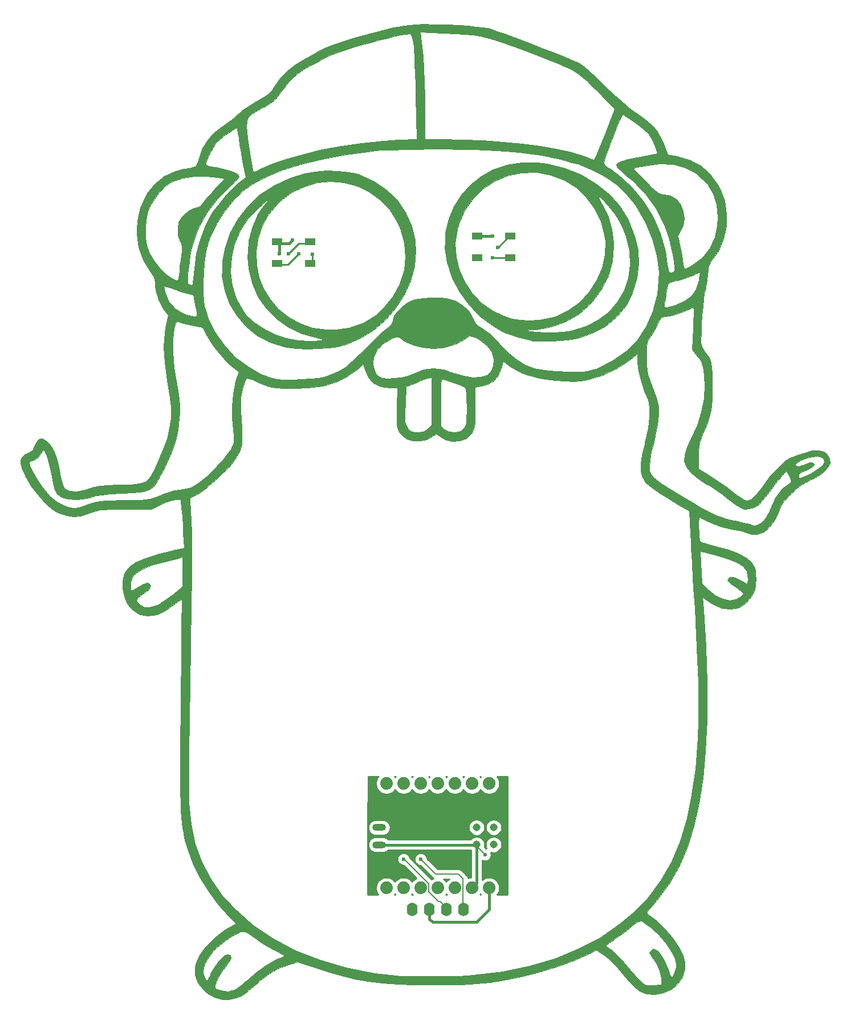
<source format=gbr>
G04 #@! TF.GenerationSoftware,KiCad,Pcbnew,(5.1.2)-1*
G04 #@! TF.CreationDate,2022-09-26T02:33:09+09:00*
G04 #@! TF.ProjectId,gopher_pilot_xiao,676f7068-6572-45f7-9069-6c6f745f7869,rev?*
G04 #@! TF.SameCoordinates,Original*
G04 #@! TF.FileFunction,Copper,L1,Top*
G04 #@! TF.FilePolarity,Positive*
%FSLAX46Y46*%
G04 Gerber Fmt 4.6, Leading zero omitted, Abs format (unit mm)*
G04 Created by KiCad (PCBNEW (5.1.2)-1) date 2022-09-26 02:33:09*
%MOMM*%
%LPD*%
G04 APERTURE LIST*
%ADD10C,0.010000*%
%ADD11C,1.879600*%
%ADD12O,2.032000X1.016000*%
%ADD13C,1.143000*%
%ADD14O,1.600000X2.000000*%
%ADD15R,1.500000X1.000000*%
%ADD16C,0.600000*%
%ADD17C,0.250000*%
%ADD18C,0.400000*%
%ADD19C,0.200000*%
%ADD20C,0.254000*%
G04 APERTURE END LIST*
D10*
G36*
X117333809Y-38930593D02*
G01*
X118907204Y-38982561D01*
X119496668Y-39005734D01*
X121040881Y-39079429D01*
X122483890Y-39170393D01*
X123747784Y-39272176D01*
X124754655Y-39378325D01*
X125426593Y-39482387D01*
X125523786Y-39504887D01*
X126028098Y-39661242D01*
X126863774Y-39950309D01*
X127963206Y-40346347D01*
X129258787Y-40823612D01*
X130682909Y-41356363D01*
X132167966Y-41918859D01*
X133646349Y-42485356D01*
X135050452Y-43030114D01*
X136312667Y-43527391D01*
X137365387Y-43951443D01*
X138141004Y-44276530D01*
X138546668Y-44463430D01*
X139165557Y-44831535D01*
X139863041Y-45342250D01*
X140689266Y-46038406D01*
X141694380Y-46962833D01*
X142928529Y-48158364D01*
X143282261Y-48508128D01*
X144291190Y-49466362D01*
X145380608Y-50430378D01*
X146431942Y-51299358D01*
X147326617Y-51972485D01*
X147479718Y-52077005D01*
X148795300Y-53008184D01*
X149786123Y-53853565D01*
X150525283Y-54696108D01*
X151085877Y-55618773D01*
X151530035Y-56673930D01*
X152113063Y-58294620D01*
X153621006Y-58555328D01*
X155518368Y-59084532D01*
X157163133Y-59967467D01*
X158542556Y-61194528D01*
X159643894Y-62756108D01*
X159928139Y-63309333D01*
X160590614Y-65148515D01*
X160897290Y-67062984D01*
X160855829Y-68976118D01*
X160473894Y-70811293D01*
X159759146Y-72491888D01*
X158883532Y-73755831D01*
X158484150Y-74273931D01*
X158257236Y-74762054D01*
X158144751Y-75391298D01*
X158100282Y-76064882D01*
X158015517Y-76993488D01*
X157866397Y-77887444D01*
X157725951Y-78422389D01*
X157614017Y-78933851D01*
X157495780Y-79790149D01*
X157379192Y-80894623D01*
X157272205Y-82150614D01*
X157182771Y-83461459D01*
X157118842Y-84730500D01*
X157088368Y-85861076D01*
X157087015Y-86189190D01*
X157298866Y-86996350D01*
X157770382Y-87684110D01*
X158138437Y-88148615D01*
X158404951Y-88604914D01*
X158586069Y-89134429D01*
X158697934Y-89818581D01*
X158756690Y-90738793D01*
X158778483Y-91976487D01*
X158780566Y-92778911D01*
X158750389Y-94406950D01*
X158639214Y-95742809D01*
X158416078Y-96933057D01*
X158050016Y-98124261D01*
X157510064Y-99462986D01*
X157240729Y-100067607D01*
X156967528Y-100778419D01*
X156811681Y-101515943D01*
X156745689Y-102443660D01*
X156737753Y-103057896D01*
X156735651Y-104943838D01*
X157973362Y-105686743D01*
X160776357Y-107523845D01*
X162439888Y-108794875D01*
X163061746Y-109255639D01*
X163600962Y-109574099D01*
X163900427Y-109674320D01*
X164530878Y-109489987D01*
X165212765Y-108920409D01*
X165967781Y-107946041D01*
X166182727Y-107617726D01*
X166773689Y-106783487D01*
X167503459Y-105893338D01*
X168298491Y-105022191D01*
X169049767Y-104279998D01*
X171157684Y-104279998D01*
X171241112Y-104522880D01*
X171535441Y-104569787D01*
X172106745Y-104418460D01*
X172613445Y-104230207D01*
X173261439Y-104020216D01*
X173646305Y-104022814D01*
X173793777Y-104119772D01*
X173924778Y-104362844D01*
X173776358Y-104597576D01*
X173300200Y-104865984D01*
X172610651Y-105148571D01*
X171921693Y-105478326D01*
X171614640Y-105808376D01*
X171588193Y-105950657D01*
X171602434Y-106196179D01*
X171693130Y-106311453D01*
X171932238Y-106282066D01*
X172391719Y-106093605D01*
X173143531Y-105731657D01*
X173459711Y-105575799D01*
X174538469Y-104962869D01*
X175193528Y-104396073D01*
X175428825Y-103870603D01*
X175252805Y-103387191D01*
X174858663Y-103152042D01*
X174282787Y-103049504D01*
X174260589Y-103049346D01*
X173628847Y-103125163D01*
X172889643Y-103321451D01*
X172160833Y-103591468D01*
X171560272Y-103888470D01*
X171205817Y-104165713D01*
X171157684Y-104279998D01*
X169049767Y-104279998D01*
X169085236Y-104244958D01*
X169790148Y-103636550D01*
X170339678Y-103271879D01*
X170511922Y-103208229D01*
X171007231Y-103070358D01*
X171722504Y-102833237D01*
X172282392Y-102630319D01*
X173623921Y-102241709D01*
X174698318Y-102190652D01*
X175516422Y-102477389D01*
X175795435Y-102708002D01*
X176239130Y-103401440D01*
X176262841Y-104124991D01*
X175874905Y-104864279D01*
X175083658Y-105604932D01*
X173897437Y-106332575D01*
X173609460Y-106477259D01*
X172782784Y-106886565D01*
X172178801Y-107219507D01*
X171675897Y-107563065D01*
X171152453Y-108004218D01*
X170486855Y-108629947D01*
X170163474Y-108941830D01*
X169375370Y-109817760D01*
X168833117Y-110741693D01*
X168561606Y-111422162D01*
X167997802Y-112625256D01*
X167268081Y-113596311D01*
X166432641Y-114290923D01*
X165551677Y-114664685D01*
X164685389Y-114673192D01*
X164322728Y-114549007D01*
X163858316Y-114388749D01*
X163095473Y-114185120D01*
X162159958Y-113970155D01*
X161597396Y-113854781D01*
X160229620Y-113527782D01*
X159000998Y-113122543D01*
X158215959Y-112771145D01*
X157556670Y-112429656D01*
X157054963Y-112189393D01*
X156829303Y-112104998D01*
X156772692Y-112304116D01*
X156750887Y-112818259D01*
X156758843Y-113522606D01*
X156791515Y-114292341D01*
X156843858Y-115002644D01*
X156910829Y-115528696D01*
X156976149Y-115738438D01*
X157228368Y-115843482D01*
X157805685Y-116020699D01*
X158613816Y-116242494D01*
X159283742Y-116413821D01*
X161191430Y-116960879D01*
X162734764Y-117560477D01*
X163892861Y-118202764D01*
X164644836Y-118877893D01*
X164718028Y-118976644D01*
X165008794Y-119476397D01*
X165168223Y-120020656D01*
X165231548Y-120766013D01*
X165238193Y-121288406D01*
X165211483Y-122198690D01*
X165100755Y-122855696D01*
X164860109Y-123446150D01*
X164592430Y-123915494D01*
X163759809Y-124930978D01*
X162750829Y-125556455D01*
X161595592Y-125789547D01*
X160324202Y-125627872D01*
X158966761Y-125069051D01*
X157978861Y-124438393D01*
X157316055Y-123954122D01*
X157454735Y-125815212D01*
X157791575Y-131328247D01*
X157966726Y-136622546D01*
X157977506Y-141610887D01*
X157964020Y-142364129D01*
X157775980Y-146816116D01*
X157400743Y-150890201D01*
X156831471Y-154609586D01*
X156061327Y-157997474D01*
X155083472Y-161077068D01*
X153891069Y-163871570D01*
X152477280Y-166404182D01*
X150835266Y-168698108D01*
X149871545Y-169823487D01*
X149354899Y-170407287D01*
X149102141Y-170762174D01*
X149075608Y-170974502D01*
X149237634Y-171130627D01*
X149287827Y-171161788D01*
X150555317Y-172077934D01*
X151771107Y-173233433D01*
X152864495Y-174536716D01*
X153764779Y-175896211D01*
X154401257Y-177220350D01*
X154660111Y-178119689D01*
X154675990Y-179298582D01*
X154318972Y-180413227D01*
X153646657Y-181401854D01*
X152716649Y-182202693D01*
X151586552Y-182753976D01*
X150313968Y-182993932D01*
X150109669Y-182999278D01*
X149023419Y-182911039D01*
X148126271Y-182594464D01*
X147299055Y-181987385D01*
X146491499Y-181111780D01*
X145486597Y-179907478D01*
X144687467Y-178988765D01*
X144034295Y-178293569D01*
X143467269Y-177759815D01*
X142926577Y-177325428D01*
X142658171Y-177133532D01*
X141603573Y-176404023D01*
X140613256Y-176913732D01*
X138392514Y-177927120D01*
X135828494Y-178870202D01*
X133006198Y-179717576D01*
X130010627Y-180443842D01*
X126926782Y-181023598D01*
X126784224Y-181046321D01*
X125759464Y-181198757D01*
X124794197Y-181317224D01*
X123810299Y-181406002D01*
X122729645Y-181469371D01*
X121474111Y-181511610D01*
X119965573Y-181537000D01*
X118125907Y-181549820D01*
X117559379Y-181551689D01*
X114660781Y-181530612D01*
X112106909Y-181442735D01*
X109815363Y-181276526D01*
X107703744Y-181020453D01*
X105689652Y-180662984D01*
X103690687Y-180192586D01*
X101624450Y-179597727D01*
X100125506Y-179111727D01*
X97221293Y-178134444D01*
X95820421Y-178577927D01*
X94399398Y-179127377D01*
X93061475Y-179872475D01*
X91692197Y-180883625D01*
X90760227Y-181690488D01*
X90015999Y-182332186D01*
X89313060Y-182881489D01*
X88764512Y-183252064D01*
X88607684Y-183333507D01*
X87754329Y-183609129D01*
X86855306Y-183759505D01*
X86111763Y-183753249D01*
X86024634Y-183736532D01*
X84848425Y-183383879D01*
X83920279Y-182887977D01*
X83217986Y-182310048D01*
X82379204Y-181272615D01*
X81948349Y-180146954D01*
X81943836Y-179751363D01*
X83162300Y-179751363D01*
X83400677Y-180515508D01*
X83424859Y-180561312D01*
X83595147Y-180846365D01*
X83736455Y-180896958D01*
X83918857Y-180663010D01*
X84212425Y-180094439D01*
X84285791Y-179945991D01*
X84788097Y-179062667D01*
X85368984Y-178245524D01*
X85954714Y-177580453D01*
X86471546Y-177153346D01*
X86780041Y-177040650D01*
X87195300Y-177176082D01*
X87288092Y-177546641D01*
X87061767Y-178098725D01*
X86682445Y-178602137D01*
X85867047Y-179708767D01*
X85215609Y-180937483D01*
X84964384Y-181614295D01*
X84928216Y-181966720D01*
X85159266Y-182181740D01*
X85528713Y-182312201D01*
X86266972Y-182496811D01*
X86837434Y-182521296D01*
X87471960Y-182389744D01*
X87613749Y-182348963D01*
X88108454Y-182103973D01*
X88789484Y-181639010D01*
X89533434Y-181040909D01*
X89764870Y-180835361D01*
X91099037Y-179704307D01*
X92414692Y-178747122D01*
X93619739Y-178026756D01*
X94365735Y-177690602D01*
X94874740Y-177472085D01*
X95154416Y-177291246D01*
X95172939Y-177254905D01*
X94994453Y-177094136D01*
X94532919Y-176822219D01*
X94058946Y-176581449D01*
X93380976Y-176214804D01*
X92498484Y-175680793D01*
X91557027Y-175069150D01*
X91121248Y-174770366D01*
X90287030Y-174195593D01*
X89714047Y-173839154D01*
X89312242Y-173664035D01*
X88991554Y-173633223D01*
X88661926Y-173709702D01*
X88594761Y-173731983D01*
X87918509Y-174054033D01*
X87057499Y-174591508D01*
X86136140Y-175252431D01*
X85278844Y-175944825D01*
X84610020Y-176576712D01*
X84380314Y-176847740D01*
X83636431Y-177978447D01*
X83235655Y-178925999D01*
X83162300Y-179751363D01*
X81943836Y-179751363D01*
X81934844Y-178963204D01*
X82034792Y-178525798D01*
X82629239Y-177174562D01*
X83593883Y-175836176D01*
X84871295Y-174574533D01*
X86404048Y-173453521D01*
X86818496Y-173203831D01*
X88060748Y-172485500D01*
X87072968Y-171505249D01*
X85527412Y-169785399D01*
X84068221Y-167808826D01*
X82758055Y-165682283D01*
X81659570Y-163512529D01*
X80835425Y-161406318D01*
X80534436Y-160364998D01*
X80373661Y-159684833D01*
X80234856Y-159005733D01*
X80116876Y-158292641D01*
X80018570Y-157510497D01*
X79938793Y-156624243D01*
X79876397Y-155598821D01*
X79830234Y-154399172D01*
X79799156Y-152990238D01*
X79785721Y-151694273D01*
X81017693Y-151694273D01*
X81019273Y-153061385D01*
X81029202Y-154060891D01*
X81041070Y-154511955D01*
X81337541Y-157709162D01*
X81970999Y-160650024D01*
X82958387Y-163373648D01*
X84316650Y-165919140D01*
X86062729Y-168325608D01*
X87887391Y-170313736D01*
X90557700Y-172652546D01*
X93541756Y-174689177D01*
X96839119Y-176423446D01*
X100449350Y-177855171D01*
X104372007Y-178984168D01*
X108606652Y-179810257D01*
X111747515Y-180207308D01*
X112541836Y-180258596D01*
X113673794Y-180293390D01*
X115050842Y-180312320D01*
X116580431Y-180316012D01*
X118170013Y-180305094D01*
X119727042Y-180280195D01*
X121158968Y-180241941D01*
X122373244Y-180190961D01*
X123263617Y-180129190D01*
X127644795Y-179566076D01*
X131696370Y-178734107D01*
X135435089Y-177626788D01*
X138877699Y-176237625D01*
X139848068Y-175723029D01*
X142965484Y-175723029D01*
X143126764Y-175902544D01*
X143529385Y-176185929D01*
X143593671Y-176225520D01*
X144000979Y-176549039D01*
X144598266Y-177117956D01*
X145294812Y-177842739D01*
X145800026Y-178403037D01*
X146776097Y-179518354D01*
X147511498Y-180350304D01*
X148058557Y-180939171D01*
X148469603Y-181325237D01*
X148796964Y-181548784D01*
X149092968Y-181650095D01*
X149409943Y-181669453D01*
X149800217Y-181647140D01*
X149998485Y-181635037D01*
X151246668Y-181568476D01*
X151208012Y-180651469D01*
X150983237Y-179548480D01*
X150426448Y-178346758D01*
X149802812Y-177424765D01*
X149504504Y-176994060D01*
X149473509Y-176723819D01*
X149670995Y-176464508D01*
X150037144Y-176235415D01*
X150461411Y-176360542D01*
X150894802Y-176760659D01*
X151382305Y-177458429D01*
X151851104Y-178329401D01*
X152228382Y-179249127D01*
X152317884Y-179533393D01*
X152519479Y-180097111D01*
X152713898Y-180427834D01*
X152777206Y-180464129D01*
X152957150Y-180275191D01*
X153185439Y-179799329D01*
X153276441Y-179550763D01*
X153451703Y-178919749D01*
X153450678Y-178414726D01*
X153266305Y-177793308D01*
X153221759Y-177673371D01*
X152652966Y-176536818D01*
X151806555Y-175311429D01*
X150785178Y-174115456D01*
X149691491Y-173067146D01*
X148628146Y-172284748D01*
X148459534Y-172187654D01*
X148183482Y-172078628D01*
X147898415Y-172111923D01*
X147512539Y-172330341D01*
X146934063Y-172776682D01*
X146592664Y-173058137D01*
X145760207Y-173719357D01*
X144875052Y-174374104D01*
X144123017Y-174885141D01*
X144095569Y-174902380D01*
X143503773Y-175289493D01*
X143094278Y-175590135D01*
X142965484Y-175723029D01*
X139848068Y-175723029D01*
X142040949Y-174560124D01*
X144941587Y-172587791D01*
X146893246Y-170966737D01*
X149187788Y-168635952D01*
X151134655Y-166082034D01*
X152747243Y-163280834D01*
X154038947Y-160208199D01*
X155023160Y-156839980D01*
X155223012Y-155947607D01*
X155640407Y-153819767D01*
X155988852Y-151689026D01*
X156269278Y-149514702D01*
X156482618Y-147256111D01*
X156629801Y-144872571D01*
X156711760Y-142323397D01*
X156729424Y-139567908D01*
X156683727Y-136565420D01*
X156575597Y-133275249D01*
X156405967Y-129656714D01*
X156175769Y-125669131D01*
X155983816Y-122706737D01*
X155876281Y-121029330D01*
X155768651Y-119213736D01*
X155669390Y-117412378D01*
X155657813Y-117182766D01*
X156974917Y-117182766D01*
X157202555Y-121933694D01*
X158099187Y-122792764D01*
X159211250Y-123682323D01*
X160318355Y-124242184D01*
X161364219Y-124458742D01*
X162292561Y-124318394D01*
X162898515Y-123952728D01*
X163488776Y-123431762D01*
X162533823Y-122741842D01*
X161790487Y-122195137D01*
X161342352Y-121830684D01*
X161126524Y-121585531D01*
X161080112Y-121396726D01*
X161099888Y-121306551D01*
X161385135Y-121032687D01*
X161912790Y-121011853D01*
X162578834Y-121234821D01*
X162990604Y-121474281D01*
X163509659Y-121811826D01*
X163866275Y-122016195D01*
X163942052Y-122044129D01*
X164037928Y-121853539D01*
X164055161Y-121383911D01*
X164003874Y-120788452D01*
X163894185Y-120220371D01*
X163804074Y-119955327D01*
X163368567Y-119440191D01*
X162528481Y-118914207D01*
X161309233Y-118388117D01*
X159736237Y-117872662D01*
X157834910Y-117378584D01*
X157554860Y-117314197D01*
X156974917Y-117182766D01*
X155657813Y-117182766D01*
X155586963Y-115777675D01*
X155538989Y-114696269D01*
X155398439Y-111213627D01*
X153860689Y-110307058D01*
X152247694Y-109341608D01*
X150981663Y-108549081D01*
X150025151Y-107903528D01*
X149340709Y-107378998D01*
X148890892Y-106949541D01*
X148739089Y-106757794D01*
X148378394Y-106062119D01*
X148196891Y-105229590D01*
X148195095Y-104196075D01*
X148373521Y-102897439D01*
X148732684Y-101269549D01*
X148784792Y-101061520D01*
X149249954Y-98947483D01*
X149483565Y-97188817D01*
X149486231Y-95768887D01*
X149258558Y-94671059D01*
X149034807Y-94197581D01*
X148671275Y-93415297D01*
X148316780Y-92346717D01*
X148010172Y-91146222D01*
X147790298Y-89968197D01*
X147696009Y-88967024D01*
X147694973Y-88873227D01*
X147694973Y-88070011D01*
X148991760Y-88070011D01*
X149046095Y-89571033D01*
X149227451Y-90838100D01*
X149577823Y-92070203D01*
X150122677Y-93428779D01*
X150538821Y-94569242D01*
X150765843Y-95723730D01*
X150803495Y-96978401D01*
X150651528Y-98419416D01*
X150309694Y-100132933D01*
X150100855Y-100988408D01*
X149735240Y-102504958D01*
X149510677Y-103672148D01*
X149427368Y-104558045D01*
X149485514Y-105230718D01*
X149685318Y-105758233D01*
X150026980Y-106208659D01*
X150116583Y-106299641D01*
X150518523Y-106618182D01*
X151228015Y-107104583D01*
X152174196Y-107716062D01*
X153286207Y-108409839D01*
X154493185Y-109143134D01*
X155724271Y-109873167D01*
X156908602Y-110557156D01*
X157975317Y-111152322D01*
X158853556Y-111615884D01*
X159211074Y-111790185D01*
X159936440Y-112066239D01*
X160907937Y-112354190D01*
X161945690Y-112602221D01*
X162218199Y-112656434D01*
X163114213Y-112839925D01*
X163870545Y-113021052D01*
X164370311Y-113170728D01*
X164478368Y-113218861D01*
X165057671Y-113408284D01*
X165654568Y-113240010D01*
X166253161Y-112790543D01*
X166825894Y-112082510D01*
X167297665Y-111150883D01*
X167364332Y-110968369D01*
X168140175Y-109271022D01*
X169191275Y-107906455D01*
X170452274Y-106918453D01*
X170472672Y-106687237D01*
X170346395Y-106245336D01*
X170142108Y-105760881D01*
X169928474Y-105402003D01*
X169798545Y-105317732D01*
X169534203Y-105535014D01*
X169065256Y-106046998D01*
X168442120Y-106792494D01*
X167715209Y-107710308D01*
X166934939Y-108739249D01*
X166565820Y-109241496D01*
X165662042Y-110234986D01*
X164711452Y-110800524D01*
X163725004Y-110932224D01*
X163482204Y-110898252D01*
X162971532Y-110691192D01*
X162254979Y-110259697D01*
X161446688Y-109674806D01*
X161203018Y-109479753D01*
X160251397Y-108746101D01*
X159168427Y-107981368D01*
X158165581Y-107333933D01*
X158027176Y-107251427D01*
X156612272Y-106352543D01*
X155590368Y-105519386D01*
X154940548Y-104696238D01*
X154641893Y-103827379D01*
X154673486Y-102857089D01*
X155014409Y-101729650D01*
X155532181Y-100605362D01*
X156521328Y-98449018D01*
X157189389Y-96453348D01*
X157559181Y-94513291D01*
X157653522Y-92523791D01*
X157579939Y-91176712D01*
X157478877Y-90222073D01*
X157347178Y-89560265D01*
X157135472Y-89042799D01*
X156794389Y-88521187D01*
X156620398Y-88290756D01*
X155825400Y-87257172D01*
X155958408Y-84109781D01*
X155997936Y-82988601D01*
X156016286Y-82043628D01*
X156013110Y-81353037D01*
X155988063Y-80995003D01*
X155972335Y-80962389D01*
X155719914Y-81054549D01*
X155253961Y-81281062D01*
X155164368Y-81328100D01*
X154370204Y-81671351D01*
X153404838Y-81980485D01*
X152457407Y-82202634D01*
X151741062Y-82284985D01*
X151345945Y-82360310D01*
X151047273Y-82651280D01*
X150739194Y-83261855D01*
X150733883Y-83274157D01*
X150341103Y-84073008D01*
X149848184Y-84933383D01*
X149647539Y-85246561D01*
X149317063Y-85776719D01*
X149120170Y-86245293D01*
X149023257Y-86796963D01*
X148992720Y-87576409D01*
X148991760Y-88070011D01*
X147694973Y-88070011D01*
X147694973Y-87799074D01*
X146574873Y-88707559D01*
X144635116Y-90024856D01*
X142467327Y-91048104D01*
X140201618Y-91721240D01*
X139173833Y-91896403D01*
X138187122Y-91947230D01*
X136914051Y-91903437D01*
X135485406Y-91779620D01*
X134031972Y-91590371D01*
X132684533Y-91350286D01*
X131573873Y-91073958D01*
X131448046Y-91034295D01*
X130485563Y-90659908D01*
X129520849Y-90186458D01*
X128780823Y-89728629D01*
X127719454Y-88946220D01*
X127488830Y-89886005D01*
X127046360Y-91068455D01*
X126362108Y-91901650D01*
X125391738Y-92426291D01*
X124493831Y-92635413D01*
X123516259Y-92778911D01*
X123566102Y-95687186D01*
X123569526Y-97135618D01*
X123508801Y-98220050D01*
X123362554Y-99016033D01*
X123109413Y-99599122D01*
X122728005Y-100044867D01*
X122230709Y-100407853D01*
X121259713Y-100780440D01*
X120159017Y-100837039D01*
X119094312Y-100583008D01*
X118548942Y-100288782D01*
X117756394Y-99736915D01*
X117120354Y-100219427D01*
X116306749Y-100616903D01*
X115304256Y-100799884D01*
X114286579Y-100759126D01*
X113427422Y-100485389D01*
X113319804Y-100421635D01*
X112763627Y-100022648D01*
X112369113Y-99603395D01*
X112111548Y-99082757D01*
X111966217Y-98379614D01*
X111908675Y-97417361D01*
X113112144Y-97417361D01*
X113163129Y-98010402D01*
X113274231Y-98436868D01*
X113351389Y-98611055D01*
X113647569Y-99097960D01*
X114001987Y-99362140D01*
X114553315Y-99473678D01*
X115106337Y-99497996D01*
X115889485Y-99401970D01*
X116503409Y-99025634D01*
X116559303Y-98973805D01*
X117128871Y-98432178D01*
X117128871Y-95082011D01*
X118420396Y-95082011D01*
X118420396Y-98599893D01*
X118987561Y-99057663D01*
X119745326Y-99438935D01*
X120599332Y-99523702D01*
X121393943Y-99316079D01*
X121847289Y-98982017D01*
X122052390Y-98728620D01*
X122189196Y-98441406D01*
X122270231Y-98032235D01*
X122308017Y-97412965D01*
X122315078Y-96495456D01*
X122309430Y-95729191D01*
X122287411Y-94676033D01*
X122246529Y-93789909D01*
X122192511Y-93160754D01*
X122131086Y-92878505D01*
X122127642Y-92874864D01*
X121861163Y-92741430D01*
X121309065Y-92514831D01*
X120594461Y-92240615D01*
X119840464Y-91964328D01*
X119170188Y-91731518D01*
X118706746Y-91587730D01*
X118581837Y-91563065D01*
X118527210Y-91771948D01*
X118480489Y-92348428D01*
X118445073Y-93218389D01*
X118424363Y-94307711D01*
X118420396Y-95082011D01*
X117128871Y-95082011D01*
X117128871Y-91334843D01*
X116536922Y-91478447D01*
X116026553Y-91640588D01*
X115295724Y-91917533D01*
X114629181Y-92195178D01*
X113313390Y-92768304D01*
X113170211Y-95367880D01*
X113116198Y-96566827D01*
X113112144Y-97417361D01*
X111908675Y-97417361D01*
X111908405Y-97412846D01*
X111913396Y-96101333D01*
X111919023Y-95823952D01*
X111982905Y-92889346D01*
X110889652Y-92889346D01*
X109553393Y-92725089D01*
X108498014Y-92227811D01*
X107714161Y-91390748D01*
X107195967Y-90219125D01*
X106962024Y-89417921D01*
X108376479Y-89417921D01*
X108513851Y-90113395D01*
X108805659Y-90794390D01*
X109211662Y-91229721D01*
X109816286Y-91459587D01*
X110703955Y-91524190D01*
X111424634Y-91499382D01*
X112613783Y-91376877D01*
X113591141Y-91130371D01*
X114438193Y-90773493D01*
X115901478Y-90222927D01*
X117340918Y-90035839D01*
X118852227Y-90210418D01*
X120318555Y-90662129D01*
X121822605Y-91123163D01*
X123214317Y-91335488D01*
X124414877Y-91293509D01*
X125301292Y-91015796D01*
X125869849Y-90484866D01*
X126229807Y-89678845D01*
X126331403Y-88733215D01*
X126286337Y-88333946D01*
X125953926Y-87496788D01*
X125321515Y-86654273D01*
X124501082Y-85929239D01*
X123677240Y-85471860D01*
X123077890Y-85257047D01*
X122721947Y-85215696D01*
X122457906Y-85345392D01*
X122337722Y-85450519D01*
X121670636Y-85905783D01*
X120718674Y-86347493D01*
X119625306Y-86717855D01*
X118630715Y-86943779D01*
X117236713Y-87033289D01*
X115773080Y-86886584D01*
X114366947Y-86533604D01*
X113145447Y-86004290D01*
X112385471Y-85472971D01*
X112129826Y-85326185D01*
X111785933Y-85352335D01*
X111230214Y-85570090D01*
X110984752Y-85684576D01*
X109827338Y-86411210D01*
X108985996Y-87312973D01*
X108491963Y-88333874D01*
X108376479Y-89417921D01*
X106962024Y-89417921D01*
X106949687Y-89375671D01*
X106065974Y-90151893D01*
X104574333Y-91245291D01*
X102884669Y-92061520D01*
X100951134Y-92614613D01*
X98727882Y-92918602D01*
X96787345Y-92991758D01*
X95250445Y-92970535D01*
X94025078Y-92881916D01*
X92994394Y-92702302D01*
X92041539Y-92408094D01*
X91049661Y-91975696D01*
X90573176Y-91736825D01*
X90026561Y-91513449D01*
X89636603Y-91459346D01*
X89559558Y-91492989D01*
X89416584Y-91789560D01*
X89218724Y-92384576D01*
X89018510Y-93112189D01*
X88863166Y-93832561D01*
X88774165Y-94557635D01*
X88746037Y-95405857D01*
X88773313Y-96495673D01*
X88819701Y-97417172D01*
X88900882Y-98946461D01*
X88937001Y-100120016D01*
X88909659Y-101022996D01*
X88800456Y-101740558D01*
X88590992Y-102357860D01*
X88262869Y-102960060D01*
X87797685Y-103632316D01*
X87346521Y-104235382D01*
X86770272Y-104906675D01*
X85977364Y-105708637D01*
X85058725Y-106561664D01*
X84105284Y-107386150D01*
X83207969Y-108102492D01*
X82457707Y-108631084D01*
X82090272Y-108837060D01*
X81169471Y-109259785D01*
X81310832Y-111510653D01*
X81354921Y-112274366D01*
X81391470Y-113064550D01*
X81420337Y-113913763D01*
X81441385Y-114854561D01*
X81454473Y-115919501D01*
X81459463Y-117141138D01*
X81456214Y-118552031D01*
X81444587Y-120184735D01*
X81424444Y-122071807D01*
X81395644Y-124245804D01*
X81358047Y-126739283D01*
X81311516Y-129584799D01*
X81255910Y-132814911D01*
X81208028Y-135517172D01*
X81161959Y-138228977D01*
X81121540Y-140880313D01*
X81087157Y-143427303D01*
X81059195Y-145826071D01*
X81038040Y-148032740D01*
X81024078Y-150003433D01*
X81017693Y-151694273D01*
X79785721Y-151694273D01*
X79782016Y-151336960D01*
X79777666Y-149404279D01*
X79784958Y-147157138D01*
X79802746Y-144560477D01*
X79829881Y-141579238D01*
X79851206Y-139492824D01*
X79877559Y-136950094D01*
X79901773Y-134539816D01*
X79923537Y-132297899D01*
X79942538Y-130260250D01*
X79958464Y-128462778D01*
X79971004Y-126941388D01*
X79979844Y-125731991D01*
X79984673Y-124870492D01*
X79985178Y-124392800D01*
X79983218Y-124305190D01*
X79816694Y-124395702D01*
X79420636Y-124690793D01*
X79115781Y-124934877D01*
X77656445Y-125955651D01*
X76270906Y-126575855D01*
X74979049Y-126789884D01*
X73800761Y-126592134D01*
X73570005Y-126497945D01*
X72640689Y-125866264D01*
X71919779Y-124965082D01*
X71424944Y-123885903D01*
X71173847Y-122720234D01*
X71176051Y-122472053D01*
X72358376Y-122472053D01*
X72439471Y-122925213D01*
X72480688Y-122981935D01*
X72712171Y-122940875D01*
X73174188Y-122698734D01*
X73557574Y-122450499D01*
X74355188Y-121997824D01*
X74925828Y-121895772D01*
X75256022Y-122144828D01*
X75324842Y-122386984D01*
X75234038Y-122773440D01*
X74806570Y-123160496D01*
X74545613Y-123321423D01*
X73957183Y-123702736D01*
X73503711Y-124069236D01*
X73413417Y-124165687D01*
X73265345Y-124446184D01*
X73384065Y-124723530D01*
X73720327Y-125051165D01*
X74391328Y-125461192D01*
X75150215Y-125535537D01*
X76082797Y-125276659D01*
X76421748Y-125128588D01*
X77057959Y-124768077D01*
X77856339Y-124226836D01*
X78655237Y-123615225D01*
X78735731Y-123548786D01*
X80105142Y-122408737D01*
X80105142Y-118060060D01*
X79513193Y-118193418D01*
X77448647Y-118693347D01*
X75786655Y-119175752D01*
X74500184Y-119652029D01*
X73562203Y-120133574D01*
X72945680Y-120631781D01*
X72650235Y-121086470D01*
X72433311Y-121806814D01*
X72358376Y-122472053D01*
X71176051Y-122472053D01*
X71184156Y-121559580D01*
X71473537Y-120495444D01*
X72059657Y-119619334D01*
X72214080Y-119474696D01*
X73199436Y-118819804D01*
X74591458Y-118197817D01*
X76366961Y-117617201D01*
X78502761Y-117086422D01*
X79098619Y-116960807D01*
X80352266Y-116705152D01*
X80222507Y-114460292D01*
X80152264Y-113315648D01*
X80074362Y-112156678D01*
X80001562Y-111169689D01*
X79974185Y-110834998D01*
X79855622Y-109454563D01*
X79143532Y-109454563D01*
X78596139Y-109549291D01*
X77828890Y-109798399D01*
X77002245Y-110149273D01*
X76954310Y-110172389D01*
X75477176Y-110890216D01*
X71710227Y-110901784D01*
X70325758Y-110909941D01*
X69282016Y-110931560D01*
X68489232Y-110976966D01*
X67857633Y-111056485D01*
X67297451Y-111180441D01*
X66718914Y-111359160D01*
X66227021Y-111532441D01*
X64985141Y-111910375D01*
X63941037Y-112036219D01*
X62936362Y-111906081D01*
X61812764Y-111516071D01*
X61586718Y-111418435D01*
X60632478Y-110830988D01*
X59605344Y-109917412D01*
X58577663Y-108767422D01*
X57621779Y-107470731D01*
X56810040Y-106117053D01*
X56214791Y-104796100D01*
X56189589Y-104725664D01*
X56021176Y-104122137D01*
X56026661Y-104053566D01*
X57288193Y-104053566D01*
X57400645Y-104402388D01*
X57699519Y-105012649D01*
X58127093Y-105781952D01*
X58625644Y-106607900D01*
X59137452Y-107388096D01*
X59290715Y-107605962D01*
X60401058Y-108954740D01*
X61519884Y-109903608D01*
X62615298Y-110464654D01*
X63340552Y-110682074D01*
X64008345Y-110743362D01*
X64751392Y-110638927D01*
X65702411Y-110359178D01*
X66129728Y-110210686D01*
X66753392Y-110000549D01*
X67323072Y-109847936D01*
X67928027Y-109742745D01*
X68657516Y-109674870D01*
X69600799Y-109634205D01*
X70847136Y-109610647D01*
X71494973Y-109603295D01*
X72862032Y-109586633D01*
X73878933Y-109561511D01*
X74626024Y-109517376D01*
X75183650Y-109443672D01*
X75632157Y-109329845D01*
X76051892Y-109165341D01*
X76514498Y-108943921D01*
X77577621Y-108525179D01*
X78880457Y-108177997D01*
X79695628Y-108027232D01*
X80671539Y-107860253D01*
X81367430Y-107677061D01*
X81931738Y-107418373D01*
X82512901Y-107024904D01*
X82841227Y-106770918D01*
X84066155Y-105728251D01*
X85219621Y-104606357D01*
X86218790Y-103494398D01*
X86980825Y-102481535D01*
X87261316Y-102013335D01*
X87547472Y-101448470D01*
X87707337Y-101002167D01*
X87757730Y-100532169D01*
X87715469Y-99896222D01*
X87610984Y-99055784D01*
X87473746Y-97352830D01*
X87479166Y-95567601D01*
X87618740Y-93850127D01*
X87883965Y-92350435D01*
X88018860Y-91859431D01*
X88443257Y-90498211D01*
X87478403Y-89761170D01*
X86605341Y-88978501D01*
X85652776Y-87938136D01*
X84733168Y-86777771D01*
X83958977Y-85635103D01*
X83625297Y-85043375D01*
X83045409Y-83906912D01*
X81413835Y-83576393D01*
X80584828Y-83397508D01*
X79894758Y-83228800D01*
X79475839Y-83102942D01*
X79444411Y-83089709D01*
X79222208Y-83083603D01*
X79046157Y-83357051D01*
X78869960Y-83986177D01*
X78852461Y-84063078D01*
X78636577Y-85689025D01*
X78636229Y-87663634D01*
X78850121Y-89953948D01*
X79160838Y-91916474D01*
X79409123Y-93361049D01*
X79563900Y-94525906D01*
X79637795Y-95559432D01*
X79643434Y-96610015D01*
X79619465Y-97306737D01*
X79529043Y-98538823D01*
X79356400Y-99673789D01*
X79073289Y-100804003D01*
X78651467Y-102021831D01*
X78062688Y-103419641D01*
X77278708Y-105089799D01*
X77173107Y-105306889D01*
X76673066Y-106316227D01*
X76243594Y-107078081D01*
X75813885Y-107630459D01*
X75313133Y-108011371D01*
X74670531Y-108258826D01*
X73815273Y-108410833D01*
X72676553Y-108505402D01*
X71183563Y-108580541D01*
X71064464Y-108586031D01*
X69414159Y-108680707D01*
X68146430Y-108797223D01*
X67213630Y-108941291D01*
X66568114Y-109118621D01*
X66544125Y-109127838D01*
X65404217Y-109439585D01*
X64234684Y-109531328D01*
X63128824Y-109418631D01*
X62179936Y-109117056D01*
X61481321Y-108642169D01*
X61200450Y-108236436D01*
X61057817Y-107782488D01*
X60879279Y-107025807D01*
X60695186Y-106100140D01*
X60624072Y-105696462D01*
X60395895Y-104550614D01*
X60131781Y-103547592D01*
X59858129Y-102765804D01*
X59601336Y-102283663D01*
X59435419Y-102165868D01*
X59254209Y-102343415D01*
X59044297Y-102729518D01*
X58679254Y-103192829D01*
X58117243Y-103581059D01*
X58041101Y-103615961D01*
X57556604Y-103850781D01*
X57300323Y-104027844D01*
X57288193Y-104053566D01*
X56026661Y-104053566D01*
X56056300Y-103683090D01*
X56222361Y-103319395D01*
X56667710Y-102829678D01*
X57222104Y-102532317D01*
X57805407Y-102208629D01*
X58041630Y-101752316D01*
X58309644Y-101102803D01*
X58708745Y-100606404D01*
X59128079Y-100399255D01*
X59143726Y-100398911D01*
X59465148Y-100535489D01*
X59948274Y-100880214D01*
X60172669Y-101071818D01*
X60662975Y-101622042D01*
X61063776Y-102341082D01*
X61402776Y-103302585D01*
X61707681Y-104580197D01*
X61916592Y-105707476D01*
X62145329Y-106806288D01*
X62389909Y-107542928D01*
X62597835Y-107850449D01*
X63365446Y-108209355D01*
X64357946Y-108275360D01*
X65617748Y-108049193D01*
X66099584Y-107910499D01*
X66991244Y-107671586D01*
X67940063Y-107503475D01*
X69064044Y-107390893D01*
X70481191Y-107318570D01*
X70741583Y-107309761D01*
X72170503Y-107262759D01*
X73243066Y-107198850D01*
X74032775Y-107076863D01*
X74613130Y-106855628D01*
X75057634Y-106493975D01*
X75439789Y-105950734D01*
X75833096Y-105184734D01*
X76288943Y-104202556D01*
X77151993Y-102230720D01*
X77777543Y-100503928D01*
X78179414Y-98911877D01*
X78371428Y-97344267D01*
X78367407Y-95690794D01*
X78181172Y-93841157D01*
X77844973Y-91784998D01*
X77455600Y-89132558D01*
X77324103Y-86801433D01*
X77449746Y-84759785D01*
X77656154Y-83626657D01*
X78005472Y-82141633D01*
X77245535Y-81120090D01*
X76564967Y-79892170D01*
X76138162Y-78446465D01*
X76077542Y-77818221D01*
X77308037Y-77818221D01*
X77361166Y-78116861D01*
X77492360Y-78664611D01*
X77544430Y-78864129D01*
X78092787Y-80126557D01*
X78987760Y-81134917D01*
X79972324Y-81757043D01*
X80712346Y-82054416D01*
X81403493Y-82237937D01*
X81942285Y-82290989D01*
X82225244Y-82196951D01*
X82244411Y-82121955D01*
X82199844Y-81833752D01*
X82096524Y-81244105D01*
X81968521Y-80544053D01*
X81705904Y-79131803D01*
X80636455Y-78850916D01*
X79775179Y-78592926D01*
X78825536Y-78263084D01*
X78436922Y-78112910D01*
X77827805Y-77892252D01*
X77418002Y-77793069D01*
X77308037Y-77818221D01*
X76077542Y-77818221D01*
X76015312Y-77173302D01*
X75846457Y-76464547D01*
X75387801Y-75685236D01*
X75376622Y-75670684D01*
X74293052Y-73927328D01*
X73596387Y-72041981D01*
X73289288Y-70071865D01*
X73314630Y-69477172D01*
X74624481Y-69477172D01*
X74641201Y-70544920D01*
X74709471Y-71326781D01*
X74856455Y-71977899D01*
X75109318Y-72653416D01*
X75228179Y-72925032D01*
X75860382Y-74035755D01*
X76712664Y-75122519D01*
X77663596Y-76047736D01*
X78490735Y-76621804D01*
X79034658Y-76893751D01*
X79325671Y-76946779D01*
X79346109Y-76925566D01*
X80834388Y-76925566D01*
X80846675Y-77372717D01*
X80867306Y-77443044D01*
X81104556Y-77598781D01*
X81429534Y-77655514D01*
X81610591Y-77576138D01*
X81611922Y-77562313D01*
X81631263Y-77334978D01*
X83154158Y-77334978D01*
X83157166Y-78729185D01*
X83218166Y-79923012D01*
X83326480Y-80724102D01*
X83970436Y-82785781D01*
X84989147Y-84775918D01*
X86327023Y-86635047D01*
X87928471Y-88303702D01*
X89737900Y-89722418D01*
X91699718Y-90831727D01*
X93366538Y-91463874D01*
X94133429Y-91602080D01*
X95210105Y-91679335D01*
X96480389Y-91698692D01*
X97828100Y-91663203D01*
X99137060Y-91575919D01*
X100291089Y-91439894D01*
X101171768Y-91258821D01*
X102314167Y-90881184D01*
X103321497Y-90418839D01*
X104279792Y-89812874D01*
X105275085Y-89004378D01*
X106393408Y-87934441D01*
X107114744Y-87189368D01*
X108006697Y-86274061D01*
X108873272Y-85426750D01*
X109636430Y-84720847D01*
X110218129Y-84229766D01*
X110401791Y-84097194D01*
X110990016Y-83652171D01*
X111264070Y-83247612D01*
X111316622Y-82895634D01*
X111503392Y-82243150D01*
X112007055Y-81519519D01*
X112743754Y-80814980D01*
X113629633Y-80219774D01*
X113955670Y-80055699D01*
X114562630Y-79809056D01*
X115166080Y-79653936D01*
X115894108Y-79570767D01*
X116874804Y-79539976D01*
X117344125Y-79537937D01*
X118454856Y-79553801D01*
X119264020Y-79614479D01*
X119899859Y-79739605D01*
X120490613Y-79948810D01*
X120735946Y-80057184D01*
X121754165Y-80666867D01*
X122587062Y-81440088D01*
X123142755Y-82280096D01*
X123301660Y-82758870D01*
X123500566Y-83247836D01*
X123946253Y-83656320D01*
X124422836Y-83933072D01*
X125005387Y-84327359D01*
X125780582Y-84981790D01*
X126662324Y-85819861D01*
X127362300Y-86544980D01*
X128603502Y-87789849D01*
X129788296Y-88756419D01*
X130997698Y-89476646D01*
X132312720Y-89982489D01*
X133814378Y-90305904D01*
X135583686Y-90478848D01*
X137470396Y-90532249D01*
X138674009Y-90531351D01*
X139560668Y-90500777D01*
X140243684Y-90425829D01*
X140836365Y-90291808D01*
X141452018Y-90084012D01*
X141719849Y-89980966D01*
X144012501Y-88871141D01*
X145983096Y-87468611D01*
X147629103Y-85776714D01*
X148947991Y-83798786D01*
X149937228Y-81538164D01*
X150134089Y-80777156D01*
X151612569Y-80777156D01*
X151744330Y-80929319D01*
X152108883Y-80923912D01*
X152767639Y-80762928D01*
X153537977Y-80526574D01*
X154817871Y-79985026D01*
X155746009Y-79254986D01*
X156379175Y-78268950D01*
X156774150Y-76959413D01*
X156837480Y-76604072D01*
X156987476Y-75669233D01*
X155838762Y-76190501D01*
X154919800Y-76549616D01*
X153897590Y-76866649D01*
X153452966Y-76975286D01*
X152822254Y-77118540D01*
X152427317Y-77285264D01*
X152195308Y-77574811D01*
X152053382Y-78086536D01*
X151928690Y-78919791D01*
X151906101Y-79084998D01*
X151793047Y-79791908D01*
X151671246Y-80390188D01*
X151652186Y-80465433D01*
X151612569Y-80777156D01*
X150134089Y-80777156D01*
X150594283Y-78998185D01*
X150738901Y-78091085D01*
X150853085Y-75712763D01*
X150571068Y-73259784D01*
X149908064Y-70787586D01*
X148879287Y-68351606D01*
X147499951Y-66007282D01*
X147371359Y-65820241D01*
X146086185Y-64200584D01*
X144612805Y-62787470D01*
X142921025Y-61568233D01*
X140980651Y-60530211D01*
X138761488Y-59660736D01*
X138224243Y-59509094D01*
X142696376Y-59509094D01*
X142728739Y-59726476D01*
X142844573Y-59852469D01*
X142871391Y-59869346D01*
X143201936Y-60094311D01*
X143777685Y-60512029D01*
X144499552Y-61050046D01*
X144876192Y-61335335D01*
X146805208Y-63069976D01*
X148497197Y-65129684D01*
X149916224Y-67448938D01*
X151026357Y-69962221D01*
X151791661Y-72604012D01*
X152105420Y-74516611D01*
X152213361Y-75289788D01*
X152336603Y-75694827D01*
X152502503Y-75805154D01*
X152578591Y-75786611D01*
X152983993Y-75672965D01*
X153096477Y-75661520D01*
X153205073Y-75463876D01*
X153201337Y-74923556D01*
X153101461Y-74119480D01*
X152921637Y-73130568D01*
X152678054Y-72035739D01*
X152386905Y-70913913D01*
X152064380Y-69844010D01*
X151726670Y-68904948D01*
X151693599Y-68823497D01*
X150443618Y-66308397D01*
X148879380Y-64091401D01*
X146986676Y-62153838D01*
X146014365Y-61360783D01*
X145171088Y-60672730D01*
X144804831Y-60296351D01*
X147049210Y-60296351D01*
X147190789Y-60453654D01*
X147576922Y-60864153D01*
X148149706Y-61466696D01*
X148851234Y-62200128D01*
X148898141Y-62249031D01*
X149698208Y-63070091D01*
X150277605Y-63620323D01*
X150708623Y-63952586D01*
X151063549Y-64119737D01*
X151414673Y-64174637D01*
X151535005Y-64177128D01*
X152552986Y-64376244D01*
X153410169Y-64915044D01*
X154066214Y-65709120D01*
X154480783Y-66674059D01*
X154613534Y-67725453D01*
X154424128Y-68778891D01*
X154070882Y-69483405D01*
X153737200Y-70103739D01*
X153696083Y-70586599D01*
X153740878Y-70742327D01*
X153868278Y-71210729D01*
X154021701Y-71949742D01*
X154156619Y-72730153D01*
X154330539Y-73816879D01*
X154459736Y-74537711D01*
X154561175Y-74963935D01*
X154651822Y-75166839D01*
X154748643Y-75217708D01*
X154748650Y-75217708D01*
X155005923Y-75114430D01*
X155513601Y-74848509D01*
X156033224Y-74552302D01*
X157401828Y-73503555D01*
X158455989Y-72167654D01*
X159179592Y-70575926D01*
X159556519Y-68759698D01*
X159609811Y-67599781D01*
X159436961Y-65747545D01*
X158936550Y-64138616D01*
X158083001Y-62701465D01*
X157682524Y-62210283D01*
X156363005Y-61024048D01*
X154802790Y-60202838D01*
X153001258Y-59746510D01*
X150957786Y-59654923D01*
X148671754Y-59927934D01*
X148179295Y-60027586D01*
X147553247Y-60166686D01*
X147142869Y-60266083D01*
X147049210Y-60296351D01*
X144804831Y-60296351D01*
X144661500Y-60149059D01*
X144507635Y-59812530D01*
X144508777Y-59805393D01*
X144696824Y-59548032D01*
X145184436Y-59294485D01*
X146004817Y-59033997D01*
X147191172Y-58755809D01*
X148590868Y-58482948D01*
X150670662Y-58102389D01*
X150312902Y-57050403D01*
X149879970Y-56048678D01*
X149275545Y-55176576D01*
X148423267Y-54346490D01*
X147246773Y-53470814D01*
X147115536Y-53382184D01*
X145441696Y-52259406D01*
X145186205Y-52759751D01*
X145020665Y-53135310D01*
X144734341Y-53837570D01*
X144361252Y-54781040D01*
X143935416Y-55880228D01*
X143716092Y-56454286D01*
X143257340Y-57672917D01*
X142944953Y-58545883D01*
X142763206Y-59136752D01*
X142696376Y-59509094D01*
X138224243Y-59509094D01*
X136233344Y-58947146D01*
X133366025Y-58376774D01*
X130129337Y-57936957D01*
X128106837Y-57739760D01*
X126786463Y-57650263D01*
X125162827Y-57577801D01*
X123306868Y-57522410D01*
X121289526Y-57484124D01*
X119181739Y-57462980D01*
X117054446Y-57459012D01*
X114978587Y-57472255D01*
X113025101Y-57502745D01*
X111264927Y-57550517D01*
X109769004Y-57615606D01*
X108608271Y-57698047D01*
X108303447Y-57729934D01*
X104369473Y-58268801D01*
X100838429Y-58917846D01*
X97695207Y-59681698D01*
X94924697Y-60564988D01*
X92511792Y-61572345D01*
X90441384Y-62708399D01*
X89177618Y-63590554D01*
X87713185Y-64945523D01*
X86347499Y-66631170D01*
X85151172Y-68537377D01*
X84194815Y-70554027D01*
X83632490Y-72238042D01*
X83448309Y-73191923D01*
X83304207Y-74442162D01*
X83204664Y-75864575D01*
X83154158Y-77334978D01*
X81631263Y-77334978D01*
X81632536Y-77320023D01*
X81688195Y-76734677D01*
X81769619Y-75902614D01*
X81838527Y-75209464D01*
X82174648Y-73035610D01*
X82727002Y-70879722D01*
X83451788Y-68888844D01*
X84135931Y-67496854D01*
X84706553Y-66622372D01*
X85485849Y-65600571D01*
X86382030Y-64536276D01*
X87303307Y-63534309D01*
X88157890Y-62699496D01*
X88792878Y-62178594D01*
X89504325Y-61678385D01*
X89221297Y-60442561D01*
X89069761Y-59688823D01*
X88890212Y-58656936D01*
X88709565Y-57506882D01*
X88606920Y-56790842D01*
X88468794Y-55814176D01*
X88347962Y-55015683D01*
X88258723Y-54486429D01*
X88218391Y-54316274D01*
X88010486Y-54384209D01*
X87557562Y-54650606D01*
X86957753Y-55047176D01*
X86309192Y-55505631D01*
X85710013Y-55957682D01*
X85258351Y-56335041D01*
X85120796Y-56471794D01*
X84828202Y-56894918D01*
X84463256Y-57548344D01*
X84090602Y-58298175D01*
X83774884Y-59010516D01*
X83580743Y-59551470D01*
X83549210Y-59727031D01*
X83743817Y-59850764D01*
X84254962Y-60008046D01*
X84973635Y-60165577D01*
X85002176Y-60170864D01*
X86455181Y-60480203D01*
X87533462Y-60802031D01*
X88219343Y-61129605D01*
X88495148Y-61456184D01*
X88500057Y-61505053D01*
X88341500Y-61816251D01*
X87920219Y-62301819D01*
X87317799Y-62870953D01*
X87126099Y-63034311D01*
X85241929Y-64881086D01*
X83656145Y-67014807D01*
X82407238Y-69371911D01*
X81533699Y-71888832D01*
X81381796Y-72520448D01*
X81228699Y-73331313D01*
X81086141Y-74285080D01*
X80965390Y-75273925D01*
X80877716Y-76190028D01*
X80834388Y-76925566D01*
X79346109Y-76925566D01*
X79483796Y-76782664D01*
X79543977Y-76637369D01*
X79633123Y-76184679D01*
X79674306Y-75552965D01*
X79674634Y-75495895D01*
X79712794Y-74838154D01*
X79811273Y-73970180D01*
X79907811Y-73329859D01*
X80023506Y-72512937D01*
X80022414Y-71956259D01*
X79892981Y-71491731D01*
X79762334Y-71213506D01*
X79458885Y-70285993D01*
X79387332Y-69265188D01*
X79545097Y-68321714D01*
X79814471Y-67764562D01*
X80398872Y-67121897D01*
X81103481Y-66580415D01*
X81787448Y-66236341D01*
X82157133Y-66164129D01*
X82643204Y-65977263D01*
X83000943Y-65596822D01*
X83304482Y-65193017D01*
X83822481Y-64574006D01*
X84468889Y-63840892D01*
X84858992Y-63413763D01*
X86354778Y-61798012D01*
X85357132Y-61644503D01*
X83608532Y-61482320D01*
X81883938Y-61518604D01*
X80294432Y-61741980D01*
X78951095Y-62141070D01*
X78510710Y-62345691D01*
X77507762Y-63050643D01*
X76522559Y-64043619D01*
X75680131Y-65184841D01*
X75240150Y-66001941D01*
X74938526Y-66732484D01*
X74754152Y-67375547D01*
X74659362Y-68087287D01*
X74626491Y-69023862D01*
X74624481Y-69477172D01*
X73314630Y-69477172D01*
X73374416Y-68074202D01*
X73854433Y-66106214D01*
X74732000Y-64225124D01*
X74836356Y-64052674D01*
X75960781Y-62637031D01*
X77382876Y-61526638D01*
X79070564Y-60742750D01*
X80332007Y-60411160D01*
X81079407Y-60265574D01*
X81663921Y-60147931D01*
X81941474Y-60087747D01*
X82123505Y-59861993D01*
X82360370Y-59339328D01*
X82532293Y-58845710D01*
X83096853Y-57341497D01*
X83793416Y-56146423D01*
X84716113Y-55129599D01*
X85845016Y-54239470D01*
X86142171Y-54022099D01*
X89604103Y-54022099D01*
X89658253Y-54902352D01*
X89752048Y-55821358D01*
X89891769Y-56908824D01*
X90058759Y-58045386D01*
X90234359Y-59111677D01*
X90399913Y-59988334D01*
X90536764Y-60555991D01*
X90546810Y-60587172D01*
X90638524Y-60782656D01*
X90802387Y-60832343D01*
X91134522Y-60718071D01*
X91731049Y-60421677D01*
X91907702Y-60330024D01*
X93644447Y-59552992D01*
X95754503Y-58822222D01*
X98181999Y-58149306D01*
X100871065Y-57545836D01*
X103765831Y-57023406D01*
X106810426Y-56593606D01*
X109948982Y-56268031D01*
X112285651Y-56101789D01*
X114868701Y-55954556D01*
X114735028Y-49518907D01*
X114695500Y-47829723D01*
X114650027Y-46244488D01*
X114601131Y-44828454D01*
X114551336Y-43646870D01*
X114503165Y-42764989D01*
X114459140Y-42248060D01*
X114452016Y-42199781D01*
X114296197Y-41277319D01*
X114169942Y-40709842D01*
X114014195Y-40420057D01*
X113769901Y-40330670D01*
X113378003Y-40364388D01*
X113082149Y-40406855D01*
X112571215Y-40503956D01*
X111723268Y-40695921D01*
X110617201Y-40963534D01*
X109331904Y-41287580D01*
X107946270Y-41648842D01*
X107550057Y-41754315D01*
X105938776Y-42193119D01*
X104653394Y-42566358D01*
X103600347Y-42907893D01*
X102686073Y-43251587D01*
X101817009Y-43631301D01*
X100899591Y-44080895D01*
X100381993Y-44348504D01*
X99048802Y-45062422D01*
X98020149Y-45666589D01*
X97207829Y-46232179D01*
X96523640Y-46830370D01*
X95879377Y-47532334D01*
X95186835Y-48409249D01*
X94938919Y-48740727D01*
X94269800Y-49608209D01*
X93710749Y-50218980D01*
X93134750Y-50685050D01*
X92414788Y-51118426D01*
X91985229Y-51345422D01*
X90958065Y-51894601D01*
X90264314Y-52348287D01*
X89846032Y-52795053D01*
X89645276Y-53323467D01*
X89604103Y-54022099D01*
X86142171Y-54022099D01*
X86732665Y-53590149D01*
X87614444Y-52900716D01*
X88336886Y-52292388D01*
X88506842Y-52137016D01*
X89168852Y-51596853D01*
X90055521Y-50983605D01*
X91000978Y-50410088D01*
X91231919Y-50283558D01*
X92238852Y-49701592D01*
X92940333Y-49175972D01*
X93439771Y-48624735D01*
X93576675Y-48425098D01*
X94508110Y-47133111D01*
X95552103Y-46015674D01*
X96794881Y-44998206D01*
X98322673Y-44006122D01*
X99368046Y-43415837D01*
X100392574Y-42871244D01*
X101281194Y-42432467D01*
X102130463Y-42062842D01*
X103036936Y-41725706D01*
X104097171Y-41384394D01*
X105407725Y-41002242D01*
X106594298Y-40671920D01*
X108524023Y-40145500D01*
X108875917Y-40053653D01*
X115378578Y-40053653D01*
X115500406Y-40795412D01*
X115700435Y-42202198D01*
X115851227Y-43720117D01*
X115957012Y-45424604D01*
X116022021Y-47391091D01*
X116050484Y-49695010D01*
X116052600Y-50642247D01*
X116052600Y-56004129D01*
X118581837Y-56005264D01*
X121696541Y-56050098D01*
X124761394Y-56177707D01*
X127726142Y-56381957D01*
X130540532Y-56656718D01*
X133154308Y-56995858D01*
X135517219Y-57393243D01*
X137579008Y-57842742D01*
X139289424Y-58338223D01*
X140056223Y-58625638D01*
X140674601Y-58876907D01*
X141113930Y-59044313D01*
X141242524Y-59084258D01*
X141352961Y-58892865D01*
X141592141Y-58353315D01*
X141933590Y-57529481D01*
X142350834Y-56485233D01*
X142816414Y-55287013D01*
X144277500Y-51477723D01*
X141627338Y-48809639D01*
X140842688Y-48021517D01*
X140173771Y-47369312D01*
X139567660Y-46823343D01*
X138971431Y-46353930D01*
X138332156Y-45931391D01*
X137596910Y-45526045D01*
X136712767Y-45108211D01*
X135626801Y-44648207D01*
X134286087Y-44116353D01*
X132637698Y-43482968D01*
X131054885Y-42880544D01*
X129235918Y-42193966D01*
X127733986Y-41647961D01*
X126464484Y-41224057D01*
X125342810Y-40903783D01*
X124284359Y-40668669D01*
X123204529Y-40500245D01*
X122018715Y-40380039D01*
X120642315Y-40289581D01*
X118990725Y-40210401D01*
X118782962Y-40201341D01*
X115378578Y-40053653D01*
X108875917Y-40053653D01*
X110121613Y-39728518D01*
X111469236Y-39410363D01*
X112649064Y-39180423D01*
X113743265Y-39028087D01*
X114834010Y-38942745D01*
X116003468Y-38913783D01*
X117333809Y-38930593D01*
X117333809Y-38930593D01*
G37*
X117333809Y-38930593D02*
X118907204Y-38982561D01*
X119496668Y-39005734D01*
X121040881Y-39079429D01*
X122483890Y-39170393D01*
X123747784Y-39272176D01*
X124754655Y-39378325D01*
X125426593Y-39482387D01*
X125523786Y-39504887D01*
X126028098Y-39661242D01*
X126863774Y-39950309D01*
X127963206Y-40346347D01*
X129258787Y-40823612D01*
X130682909Y-41356363D01*
X132167966Y-41918859D01*
X133646349Y-42485356D01*
X135050452Y-43030114D01*
X136312667Y-43527391D01*
X137365387Y-43951443D01*
X138141004Y-44276530D01*
X138546668Y-44463430D01*
X139165557Y-44831535D01*
X139863041Y-45342250D01*
X140689266Y-46038406D01*
X141694380Y-46962833D01*
X142928529Y-48158364D01*
X143282261Y-48508128D01*
X144291190Y-49466362D01*
X145380608Y-50430378D01*
X146431942Y-51299358D01*
X147326617Y-51972485D01*
X147479718Y-52077005D01*
X148795300Y-53008184D01*
X149786123Y-53853565D01*
X150525283Y-54696108D01*
X151085877Y-55618773D01*
X151530035Y-56673930D01*
X152113063Y-58294620D01*
X153621006Y-58555328D01*
X155518368Y-59084532D01*
X157163133Y-59967467D01*
X158542556Y-61194528D01*
X159643894Y-62756108D01*
X159928139Y-63309333D01*
X160590614Y-65148515D01*
X160897290Y-67062984D01*
X160855829Y-68976118D01*
X160473894Y-70811293D01*
X159759146Y-72491888D01*
X158883532Y-73755831D01*
X158484150Y-74273931D01*
X158257236Y-74762054D01*
X158144751Y-75391298D01*
X158100282Y-76064882D01*
X158015517Y-76993488D01*
X157866397Y-77887444D01*
X157725951Y-78422389D01*
X157614017Y-78933851D01*
X157495780Y-79790149D01*
X157379192Y-80894623D01*
X157272205Y-82150614D01*
X157182771Y-83461459D01*
X157118842Y-84730500D01*
X157088368Y-85861076D01*
X157087015Y-86189190D01*
X157298866Y-86996350D01*
X157770382Y-87684110D01*
X158138437Y-88148615D01*
X158404951Y-88604914D01*
X158586069Y-89134429D01*
X158697934Y-89818581D01*
X158756690Y-90738793D01*
X158778483Y-91976487D01*
X158780566Y-92778911D01*
X158750389Y-94406950D01*
X158639214Y-95742809D01*
X158416078Y-96933057D01*
X158050016Y-98124261D01*
X157510064Y-99462986D01*
X157240729Y-100067607D01*
X156967528Y-100778419D01*
X156811681Y-101515943D01*
X156745689Y-102443660D01*
X156737753Y-103057896D01*
X156735651Y-104943838D01*
X157973362Y-105686743D01*
X160776357Y-107523845D01*
X162439888Y-108794875D01*
X163061746Y-109255639D01*
X163600962Y-109574099D01*
X163900427Y-109674320D01*
X164530878Y-109489987D01*
X165212765Y-108920409D01*
X165967781Y-107946041D01*
X166182727Y-107617726D01*
X166773689Y-106783487D01*
X167503459Y-105893338D01*
X168298491Y-105022191D01*
X169049767Y-104279998D01*
X171157684Y-104279998D01*
X171241112Y-104522880D01*
X171535441Y-104569787D01*
X172106745Y-104418460D01*
X172613445Y-104230207D01*
X173261439Y-104020216D01*
X173646305Y-104022814D01*
X173793777Y-104119772D01*
X173924778Y-104362844D01*
X173776358Y-104597576D01*
X173300200Y-104865984D01*
X172610651Y-105148571D01*
X171921693Y-105478326D01*
X171614640Y-105808376D01*
X171588193Y-105950657D01*
X171602434Y-106196179D01*
X171693130Y-106311453D01*
X171932238Y-106282066D01*
X172391719Y-106093605D01*
X173143531Y-105731657D01*
X173459711Y-105575799D01*
X174538469Y-104962869D01*
X175193528Y-104396073D01*
X175428825Y-103870603D01*
X175252805Y-103387191D01*
X174858663Y-103152042D01*
X174282787Y-103049504D01*
X174260589Y-103049346D01*
X173628847Y-103125163D01*
X172889643Y-103321451D01*
X172160833Y-103591468D01*
X171560272Y-103888470D01*
X171205817Y-104165713D01*
X171157684Y-104279998D01*
X169049767Y-104279998D01*
X169085236Y-104244958D01*
X169790148Y-103636550D01*
X170339678Y-103271879D01*
X170511922Y-103208229D01*
X171007231Y-103070358D01*
X171722504Y-102833237D01*
X172282392Y-102630319D01*
X173623921Y-102241709D01*
X174698318Y-102190652D01*
X175516422Y-102477389D01*
X175795435Y-102708002D01*
X176239130Y-103401440D01*
X176262841Y-104124991D01*
X175874905Y-104864279D01*
X175083658Y-105604932D01*
X173897437Y-106332575D01*
X173609460Y-106477259D01*
X172782784Y-106886565D01*
X172178801Y-107219507D01*
X171675897Y-107563065D01*
X171152453Y-108004218D01*
X170486855Y-108629947D01*
X170163474Y-108941830D01*
X169375370Y-109817760D01*
X168833117Y-110741693D01*
X168561606Y-111422162D01*
X167997802Y-112625256D01*
X167268081Y-113596311D01*
X166432641Y-114290923D01*
X165551677Y-114664685D01*
X164685389Y-114673192D01*
X164322728Y-114549007D01*
X163858316Y-114388749D01*
X163095473Y-114185120D01*
X162159958Y-113970155D01*
X161597396Y-113854781D01*
X160229620Y-113527782D01*
X159000998Y-113122543D01*
X158215959Y-112771145D01*
X157556670Y-112429656D01*
X157054963Y-112189393D01*
X156829303Y-112104998D01*
X156772692Y-112304116D01*
X156750887Y-112818259D01*
X156758843Y-113522606D01*
X156791515Y-114292341D01*
X156843858Y-115002644D01*
X156910829Y-115528696D01*
X156976149Y-115738438D01*
X157228368Y-115843482D01*
X157805685Y-116020699D01*
X158613816Y-116242494D01*
X159283742Y-116413821D01*
X161191430Y-116960879D01*
X162734764Y-117560477D01*
X163892861Y-118202764D01*
X164644836Y-118877893D01*
X164718028Y-118976644D01*
X165008794Y-119476397D01*
X165168223Y-120020656D01*
X165231548Y-120766013D01*
X165238193Y-121288406D01*
X165211483Y-122198690D01*
X165100755Y-122855696D01*
X164860109Y-123446150D01*
X164592430Y-123915494D01*
X163759809Y-124930978D01*
X162750829Y-125556455D01*
X161595592Y-125789547D01*
X160324202Y-125627872D01*
X158966761Y-125069051D01*
X157978861Y-124438393D01*
X157316055Y-123954122D01*
X157454735Y-125815212D01*
X157791575Y-131328247D01*
X157966726Y-136622546D01*
X157977506Y-141610887D01*
X157964020Y-142364129D01*
X157775980Y-146816116D01*
X157400743Y-150890201D01*
X156831471Y-154609586D01*
X156061327Y-157997474D01*
X155083472Y-161077068D01*
X153891069Y-163871570D01*
X152477280Y-166404182D01*
X150835266Y-168698108D01*
X149871545Y-169823487D01*
X149354899Y-170407287D01*
X149102141Y-170762174D01*
X149075608Y-170974502D01*
X149237634Y-171130627D01*
X149287827Y-171161788D01*
X150555317Y-172077934D01*
X151771107Y-173233433D01*
X152864495Y-174536716D01*
X153764779Y-175896211D01*
X154401257Y-177220350D01*
X154660111Y-178119689D01*
X154675990Y-179298582D01*
X154318972Y-180413227D01*
X153646657Y-181401854D01*
X152716649Y-182202693D01*
X151586552Y-182753976D01*
X150313968Y-182993932D01*
X150109669Y-182999278D01*
X149023419Y-182911039D01*
X148126271Y-182594464D01*
X147299055Y-181987385D01*
X146491499Y-181111780D01*
X145486597Y-179907478D01*
X144687467Y-178988765D01*
X144034295Y-178293569D01*
X143467269Y-177759815D01*
X142926577Y-177325428D01*
X142658171Y-177133532D01*
X141603573Y-176404023D01*
X140613256Y-176913732D01*
X138392514Y-177927120D01*
X135828494Y-178870202D01*
X133006198Y-179717576D01*
X130010627Y-180443842D01*
X126926782Y-181023598D01*
X126784224Y-181046321D01*
X125759464Y-181198757D01*
X124794197Y-181317224D01*
X123810299Y-181406002D01*
X122729645Y-181469371D01*
X121474111Y-181511610D01*
X119965573Y-181537000D01*
X118125907Y-181549820D01*
X117559379Y-181551689D01*
X114660781Y-181530612D01*
X112106909Y-181442735D01*
X109815363Y-181276526D01*
X107703744Y-181020453D01*
X105689652Y-180662984D01*
X103690687Y-180192586D01*
X101624450Y-179597727D01*
X100125506Y-179111727D01*
X97221293Y-178134444D01*
X95820421Y-178577927D01*
X94399398Y-179127377D01*
X93061475Y-179872475D01*
X91692197Y-180883625D01*
X90760227Y-181690488D01*
X90015999Y-182332186D01*
X89313060Y-182881489D01*
X88764512Y-183252064D01*
X88607684Y-183333507D01*
X87754329Y-183609129D01*
X86855306Y-183759505D01*
X86111763Y-183753249D01*
X86024634Y-183736532D01*
X84848425Y-183383879D01*
X83920279Y-182887977D01*
X83217986Y-182310048D01*
X82379204Y-181272615D01*
X81948349Y-180146954D01*
X81943836Y-179751363D01*
X83162300Y-179751363D01*
X83400677Y-180515508D01*
X83424859Y-180561312D01*
X83595147Y-180846365D01*
X83736455Y-180896958D01*
X83918857Y-180663010D01*
X84212425Y-180094439D01*
X84285791Y-179945991D01*
X84788097Y-179062667D01*
X85368984Y-178245524D01*
X85954714Y-177580453D01*
X86471546Y-177153346D01*
X86780041Y-177040650D01*
X87195300Y-177176082D01*
X87288092Y-177546641D01*
X87061767Y-178098725D01*
X86682445Y-178602137D01*
X85867047Y-179708767D01*
X85215609Y-180937483D01*
X84964384Y-181614295D01*
X84928216Y-181966720D01*
X85159266Y-182181740D01*
X85528713Y-182312201D01*
X86266972Y-182496811D01*
X86837434Y-182521296D01*
X87471960Y-182389744D01*
X87613749Y-182348963D01*
X88108454Y-182103973D01*
X88789484Y-181639010D01*
X89533434Y-181040909D01*
X89764870Y-180835361D01*
X91099037Y-179704307D01*
X92414692Y-178747122D01*
X93619739Y-178026756D01*
X94365735Y-177690602D01*
X94874740Y-177472085D01*
X95154416Y-177291246D01*
X95172939Y-177254905D01*
X94994453Y-177094136D01*
X94532919Y-176822219D01*
X94058946Y-176581449D01*
X93380976Y-176214804D01*
X92498484Y-175680793D01*
X91557027Y-175069150D01*
X91121248Y-174770366D01*
X90287030Y-174195593D01*
X89714047Y-173839154D01*
X89312242Y-173664035D01*
X88991554Y-173633223D01*
X88661926Y-173709702D01*
X88594761Y-173731983D01*
X87918509Y-174054033D01*
X87057499Y-174591508D01*
X86136140Y-175252431D01*
X85278844Y-175944825D01*
X84610020Y-176576712D01*
X84380314Y-176847740D01*
X83636431Y-177978447D01*
X83235655Y-178925999D01*
X83162300Y-179751363D01*
X81943836Y-179751363D01*
X81934844Y-178963204D01*
X82034792Y-178525798D01*
X82629239Y-177174562D01*
X83593883Y-175836176D01*
X84871295Y-174574533D01*
X86404048Y-173453521D01*
X86818496Y-173203831D01*
X88060748Y-172485500D01*
X87072968Y-171505249D01*
X85527412Y-169785399D01*
X84068221Y-167808826D01*
X82758055Y-165682283D01*
X81659570Y-163512529D01*
X80835425Y-161406318D01*
X80534436Y-160364998D01*
X80373661Y-159684833D01*
X80234856Y-159005733D01*
X80116876Y-158292641D01*
X80018570Y-157510497D01*
X79938793Y-156624243D01*
X79876397Y-155598821D01*
X79830234Y-154399172D01*
X79799156Y-152990238D01*
X79785721Y-151694273D01*
X81017693Y-151694273D01*
X81019273Y-153061385D01*
X81029202Y-154060891D01*
X81041070Y-154511955D01*
X81337541Y-157709162D01*
X81970999Y-160650024D01*
X82958387Y-163373648D01*
X84316650Y-165919140D01*
X86062729Y-168325608D01*
X87887391Y-170313736D01*
X90557700Y-172652546D01*
X93541756Y-174689177D01*
X96839119Y-176423446D01*
X100449350Y-177855171D01*
X104372007Y-178984168D01*
X108606652Y-179810257D01*
X111747515Y-180207308D01*
X112541836Y-180258596D01*
X113673794Y-180293390D01*
X115050842Y-180312320D01*
X116580431Y-180316012D01*
X118170013Y-180305094D01*
X119727042Y-180280195D01*
X121158968Y-180241941D01*
X122373244Y-180190961D01*
X123263617Y-180129190D01*
X127644795Y-179566076D01*
X131696370Y-178734107D01*
X135435089Y-177626788D01*
X138877699Y-176237625D01*
X139848068Y-175723029D01*
X142965484Y-175723029D01*
X143126764Y-175902544D01*
X143529385Y-176185929D01*
X143593671Y-176225520D01*
X144000979Y-176549039D01*
X144598266Y-177117956D01*
X145294812Y-177842739D01*
X145800026Y-178403037D01*
X146776097Y-179518354D01*
X147511498Y-180350304D01*
X148058557Y-180939171D01*
X148469603Y-181325237D01*
X148796964Y-181548784D01*
X149092968Y-181650095D01*
X149409943Y-181669453D01*
X149800217Y-181647140D01*
X149998485Y-181635037D01*
X151246668Y-181568476D01*
X151208012Y-180651469D01*
X150983237Y-179548480D01*
X150426448Y-178346758D01*
X149802812Y-177424765D01*
X149504504Y-176994060D01*
X149473509Y-176723819D01*
X149670995Y-176464508D01*
X150037144Y-176235415D01*
X150461411Y-176360542D01*
X150894802Y-176760659D01*
X151382305Y-177458429D01*
X151851104Y-178329401D01*
X152228382Y-179249127D01*
X152317884Y-179533393D01*
X152519479Y-180097111D01*
X152713898Y-180427834D01*
X152777206Y-180464129D01*
X152957150Y-180275191D01*
X153185439Y-179799329D01*
X153276441Y-179550763D01*
X153451703Y-178919749D01*
X153450678Y-178414726D01*
X153266305Y-177793308D01*
X153221759Y-177673371D01*
X152652966Y-176536818D01*
X151806555Y-175311429D01*
X150785178Y-174115456D01*
X149691491Y-173067146D01*
X148628146Y-172284748D01*
X148459534Y-172187654D01*
X148183482Y-172078628D01*
X147898415Y-172111923D01*
X147512539Y-172330341D01*
X146934063Y-172776682D01*
X146592664Y-173058137D01*
X145760207Y-173719357D01*
X144875052Y-174374104D01*
X144123017Y-174885141D01*
X144095569Y-174902380D01*
X143503773Y-175289493D01*
X143094278Y-175590135D01*
X142965484Y-175723029D01*
X139848068Y-175723029D01*
X142040949Y-174560124D01*
X144941587Y-172587791D01*
X146893246Y-170966737D01*
X149187788Y-168635952D01*
X151134655Y-166082034D01*
X152747243Y-163280834D01*
X154038947Y-160208199D01*
X155023160Y-156839980D01*
X155223012Y-155947607D01*
X155640407Y-153819767D01*
X155988852Y-151689026D01*
X156269278Y-149514702D01*
X156482618Y-147256111D01*
X156629801Y-144872571D01*
X156711760Y-142323397D01*
X156729424Y-139567908D01*
X156683727Y-136565420D01*
X156575597Y-133275249D01*
X156405967Y-129656714D01*
X156175769Y-125669131D01*
X155983816Y-122706737D01*
X155876281Y-121029330D01*
X155768651Y-119213736D01*
X155669390Y-117412378D01*
X155657813Y-117182766D01*
X156974917Y-117182766D01*
X157202555Y-121933694D01*
X158099187Y-122792764D01*
X159211250Y-123682323D01*
X160318355Y-124242184D01*
X161364219Y-124458742D01*
X162292561Y-124318394D01*
X162898515Y-123952728D01*
X163488776Y-123431762D01*
X162533823Y-122741842D01*
X161790487Y-122195137D01*
X161342352Y-121830684D01*
X161126524Y-121585531D01*
X161080112Y-121396726D01*
X161099888Y-121306551D01*
X161385135Y-121032687D01*
X161912790Y-121011853D01*
X162578834Y-121234821D01*
X162990604Y-121474281D01*
X163509659Y-121811826D01*
X163866275Y-122016195D01*
X163942052Y-122044129D01*
X164037928Y-121853539D01*
X164055161Y-121383911D01*
X164003874Y-120788452D01*
X163894185Y-120220371D01*
X163804074Y-119955327D01*
X163368567Y-119440191D01*
X162528481Y-118914207D01*
X161309233Y-118388117D01*
X159736237Y-117872662D01*
X157834910Y-117378584D01*
X157554860Y-117314197D01*
X156974917Y-117182766D01*
X155657813Y-117182766D01*
X155586963Y-115777675D01*
X155538989Y-114696269D01*
X155398439Y-111213627D01*
X153860689Y-110307058D01*
X152247694Y-109341608D01*
X150981663Y-108549081D01*
X150025151Y-107903528D01*
X149340709Y-107378998D01*
X148890892Y-106949541D01*
X148739089Y-106757794D01*
X148378394Y-106062119D01*
X148196891Y-105229590D01*
X148195095Y-104196075D01*
X148373521Y-102897439D01*
X148732684Y-101269549D01*
X148784792Y-101061520D01*
X149249954Y-98947483D01*
X149483565Y-97188817D01*
X149486231Y-95768887D01*
X149258558Y-94671059D01*
X149034807Y-94197581D01*
X148671275Y-93415297D01*
X148316780Y-92346717D01*
X148010172Y-91146222D01*
X147790298Y-89968197D01*
X147696009Y-88967024D01*
X147694973Y-88873227D01*
X147694973Y-88070011D01*
X148991760Y-88070011D01*
X149046095Y-89571033D01*
X149227451Y-90838100D01*
X149577823Y-92070203D01*
X150122677Y-93428779D01*
X150538821Y-94569242D01*
X150765843Y-95723730D01*
X150803495Y-96978401D01*
X150651528Y-98419416D01*
X150309694Y-100132933D01*
X150100855Y-100988408D01*
X149735240Y-102504958D01*
X149510677Y-103672148D01*
X149427368Y-104558045D01*
X149485514Y-105230718D01*
X149685318Y-105758233D01*
X150026980Y-106208659D01*
X150116583Y-106299641D01*
X150518523Y-106618182D01*
X151228015Y-107104583D01*
X152174196Y-107716062D01*
X153286207Y-108409839D01*
X154493185Y-109143134D01*
X155724271Y-109873167D01*
X156908602Y-110557156D01*
X157975317Y-111152322D01*
X158853556Y-111615884D01*
X159211074Y-111790185D01*
X159936440Y-112066239D01*
X160907937Y-112354190D01*
X161945690Y-112602221D01*
X162218199Y-112656434D01*
X163114213Y-112839925D01*
X163870545Y-113021052D01*
X164370311Y-113170728D01*
X164478368Y-113218861D01*
X165057671Y-113408284D01*
X165654568Y-113240010D01*
X166253161Y-112790543D01*
X166825894Y-112082510D01*
X167297665Y-111150883D01*
X167364332Y-110968369D01*
X168140175Y-109271022D01*
X169191275Y-107906455D01*
X170452274Y-106918453D01*
X170472672Y-106687237D01*
X170346395Y-106245336D01*
X170142108Y-105760881D01*
X169928474Y-105402003D01*
X169798545Y-105317732D01*
X169534203Y-105535014D01*
X169065256Y-106046998D01*
X168442120Y-106792494D01*
X167715209Y-107710308D01*
X166934939Y-108739249D01*
X166565820Y-109241496D01*
X165662042Y-110234986D01*
X164711452Y-110800524D01*
X163725004Y-110932224D01*
X163482204Y-110898252D01*
X162971532Y-110691192D01*
X162254979Y-110259697D01*
X161446688Y-109674806D01*
X161203018Y-109479753D01*
X160251397Y-108746101D01*
X159168427Y-107981368D01*
X158165581Y-107333933D01*
X158027176Y-107251427D01*
X156612272Y-106352543D01*
X155590368Y-105519386D01*
X154940548Y-104696238D01*
X154641893Y-103827379D01*
X154673486Y-102857089D01*
X155014409Y-101729650D01*
X155532181Y-100605362D01*
X156521328Y-98449018D01*
X157189389Y-96453348D01*
X157559181Y-94513291D01*
X157653522Y-92523791D01*
X157579939Y-91176712D01*
X157478877Y-90222073D01*
X157347178Y-89560265D01*
X157135472Y-89042799D01*
X156794389Y-88521187D01*
X156620398Y-88290756D01*
X155825400Y-87257172D01*
X155958408Y-84109781D01*
X155997936Y-82988601D01*
X156016286Y-82043628D01*
X156013110Y-81353037D01*
X155988063Y-80995003D01*
X155972335Y-80962389D01*
X155719914Y-81054549D01*
X155253961Y-81281062D01*
X155164368Y-81328100D01*
X154370204Y-81671351D01*
X153404838Y-81980485D01*
X152457407Y-82202634D01*
X151741062Y-82284985D01*
X151345945Y-82360310D01*
X151047273Y-82651280D01*
X150739194Y-83261855D01*
X150733883Y-83274157D01*
X150341103Y-84073008D01*
X149848184Y-84933383D01*
X149647539Y-85246561D01*
X149317063Y-85776719D01*
X149120170Y-86245293D01*
X149023257Y-86796963D01*
X148992720Y-87576409D01*
X148991760Y-88070011D01*
X147694973Y-88070011D01*
X147694973Y-87799074D01*
X146574873Y-88707559D01*
X144635116Y-90024856D01*
X142467327Y-91048104D01*
X140201618Y-91721240D01*
X139173833Y-91896403D01*
X138187122Y-91947230D01*
X136914051Y-91903437D01*
X135485406Y-91779620D01*
X134031972Y-91590371D01*
X132684533Y-91350286D01*
X131573873Y-91073958D01*
X131448046Y-91034295D01*
X130485563Y-90659908D01*
X129520849Y-90186458D01*
X128780823Y-89728629D01*
X127719454Y-88946220D01*
X127488830Y-89886005D01*
X127046360Y-91068455D01*
X126362108Y-91901650D01*
X125391738Y-92426291D01*
X124493831Y-92635413D01*
X123516259Y-92778911D01*
X123566102Y-95687186D01*
X123569526Y-97135618D01*
X123508801Y-98220050D01*
X123362554Y-99016033D01*
X123109413Y-99599122D01*
X122728005Y-100044867D01*
X122230709Y-100407853D01*
X121259713Y-100780440D01*
X120159017Y-100837039D01*
X119094312Y-100583008D01*
X118548942Y-100288782D01*
X117756394Y-99736915D01*
X117120354Y-100219427D01*
X116306749Y-100616903D01*
X115304256Y-100799884D01*
X114286579Y-100759126D01*
X113427422Y-100485389D01*
X113319804Y-100421635D01*
X112763627Y-100022648D01*
X112369113Y-99603395D01*
X112111548Y-99082757D01*
X111966217Y-98379614D01*
X111908675Y-97417361D01*
X113112144Y-97417361D01*
X113163129Y-98010402D01*
X113274231Y-98436868D01*
X113351389Y-98611055D01*
X113647569Y-99097960D01*
X114001987Y-99362140D01*
X114553315Y-99473678D01*
X115106337Y-99497996D01*
X115889485Y-99401970D01*
X116503409Y-99025634D01*
X116559303Y-98973805D01*
X117128871Y-98432178D01*
X117128871Y-95082011D01*
X118420396Y-95082011D01*
X118420396Y-98599893D01*
X118987561Y-99057663D01*
X119745326Y-99438935D01*
X120599332Y-99523702D01*
X121393943Y-99316079D01*
X121847289Y-98982017D01*
X122052390Y-98728620D01*
X122189196Y-98441406D01*
X122270231Y-98032235D01*
X122308017Y-97412965D01*
X122315078Y-96495456D01*
X122309430Y-95729191D01*
X122287411Y-94676033D01*
X122246529Y-93789909D01*
X122192511Y-93160754D01*
X122131086Y-92878505D01*
X122127642Y-92874864D01*
X121861163Y-92741430D01*
X121309065Y-92514831D01*
X120594461Y-92240615D01*
X119840464Y-91964328D01*
X119170188Y-91731518D01*
X118706746Y-91587730D01*
X118581837Y-91563065D01*
X118527210Y-91771948D01*
X118480489Y-92348428D01*
X118445073Y-93218389D01*
X118424363Y-94307711D01*
X118420396Y-95082011D01*
X117128871Y-95082011D01*
X117128871Y-91334843D01*
X116536922Y-91478447D01*
X116026553Y-91640588D01*
X115295724Y-91917533D01*
X114629181Y-92195178D01*
X113313390Y-92768304D01*
X113170211Y-95367880D01*
X113116198Y-96566827D01*
X113112144Y-97417361D01*
X111908675Y-97417361D01*
X111908405Y-97412846D01*
X111913396Y-96101333D01*
X111919023Y-95823952D01*
X111982905Y-92889346D01*
X110889652Y-92889346D01*
X109553393Y-92725089D01*
X108498014Y-92227811D01*
X107714161Y-91390748D01*
X107195967Y-90219125D01*
X106962024Y-89417921D01*
X108376479Y-89417921D01*
X108513851Y-90113395D01*
X108805659Y-90794390D01*
X109211662Y-91229721D01*
X109816286Y-91459587D01*
X110703955Y-91524190D01*
X111424634Y-91499382D01*
X112613783Y-91376877D01*
X113591141Y-91130371D01*
X114438193Y-90773493D01*
X115901478Y-90222927D01*
X117340918Y-90035839D01*
X118852227Y-90210418D01*
X120318555Y-90662129D01*
X121822605Y-91123163D01*
X123214317Y-91335488D01*
X124414877Y-91293509D01*
X125301292Y-91015796D01*
X125869849Y-90484866D01*
X126229807Y-89678845D01*
X126331403Y-88733215D01*
X126286337Y-88333946D01*
X125953926Y-87496788D01*
X125321515Y-86654273D01*
X124501082Y-85929239D01*
X123677240Y-85471860D01*
X123077890Y-85257047D01*
X122721947Y-85215696D01*
X122457906Y-85345392D01*
X122337722Y-85450519D01*
X121670636Y-85905783D01*
X120718674Y-86347493D01*
X119625306Y-86717855D01*
X118630715Y-86943779D01*
X117236713Y-87033289D01*
X115773080Y-86886584D01*
X114366947Y-86533604D01*
X113145447Y-86004290D01*
X112385471Y-85472971D01*
X112129826Y-85326185D01*
X111785933Y-85352335D01*
X111230214Y-85570090D01*
X110984752Y-85684576D01*
X109827338Y-86411210D01*
X108985996Y-87312973D01*
X108491963Y-88333874D01*
X108376479Y-89417921D01*
X106962024Y-89417921D01*
X106949687Y-89375671D01*
X106065974Y-90151893D01*
X104574333Y-91245291D01*
X102884669Y-92061520D01*
X100951134Y-92614613D01*
X98727882Y-92918602D01*
X96787345Y-92991758D01*
X95250445Y-92970535D01*
X94025078Y-92881916D01*
X92994394Y-92702302D01*
X92041539Y-92408094D01*
X91049661Y-91975696D01*
X90573176Y-91736825D01*
X90026561Y-91513449D01*
X89636603Y-91459346D01*
X89559558Y-91492989D01*
X89416584Y-91789560D01*
X89218724Y-92384576D01*
X89018510Y-93112189D01*
X88863166Y-93832561D01*
X88774165Y-94557635D01*
X88746037Y-95405857D01*
X88773313Y-96495673D01*
X88819701Y-97417172D01*
X88900882Y-98946461D01*
X88937001Y-100120016D01*
X88909659Y-101022996D01*
X88800456Y-101740558D01*
X88590992Y-102357860D01*
X88262869Y-102960060D01*
X87797685Y-103632316D01*
X87346521Y-104235382D01*
X86770272Y-104906675D01*
X85977364Y-105708637D01*
X85058725Y-106561664D01*
X84105284Y-107386150D01*
X83207969Y-108102492D01*
X82457707Y-108631084D01*
X82090272Y-108837060D01*
X81169471Y-109259785D01*
X81310832Y-111510653D01*
X81354921Y-112274366D01*
X81391470Y-113064550D01*
X81420337Y-113913763D01*
X81441385Y-114854561D01*
X81454473Y-115919501D01*
X81459463Y-117141138D01*
X81456214Y-118552031D01*
X81444587Y-120184735D01*
X81424444Y-122071807D01*
X81395644Y-124245804D01*
X81358047Y-126739283D01*
X81311516Y-129584799D01*
X81255910Y-132814911D01*
X81208028Y-135517172D01*
X81161959Y-138228977D01*
X81121540Y-140880313D01*
X81087157Y-143427303D01*
X81059195Y-145826071D01*
X81038040Y-148032740D01*
X81024078Y-150003433D01*
X81017693Y-151694273D01*
X79785721Y-151694273D01*
X79782016Y-151336960D01*
X79777666Y-149404279D01*
X79784958Y-147157138D01*
X79802746Y-144560477D01*
X79829881Y-141579238D01*
X79851206Y-139492824D01*
X79877559Y-136950094D01*
X79901773Y-134539816D01*
X79923537Y-132297899D01*
X79942538Y-130260250D01*
X79958464Y-128462778D01*
X79971004Y-126941388D01*
X79979844Y-125731991D01*
X79984673Y-124870492D01*
X79985178Y-124392800D01*
X79983218Y-124305190D01*
X79816694Y-124395702D01*
X79420636Y-124690793D01*
X79115781Y-124934877D01*
X77656445Y-125955651D01*
X76270906Y-126575855D01*
X74979049Y-126789884D01*
X73800761Y-126592134D01*
X73570005Y-126497945D01*
X72640689Y-125866264D01*
X71919779Y-124965082D01*
X71424944Y-123885903D01*
X71173847Y-122720234D01*
X71176051Y-122472053D01*
X72358376Y-122472053D01*
X72439471Y-122925213D01*
X72480688Y-122981935D01*
X72712171Y-122940875D01*
X73174188Y-122698734D01*
X73557574Y-122450499D01*
X74355188Y-121997824D01*
X74925828Y-121895772D01*
X75256022Y-122144828D01*
X75324842Y-122386984D01*
X75234038Y-122773440D01*
X74806570Y-123160496D01*
X74545613Y-123321423D01*
X73957183Y-123702736D01*
X73503711Y-124069236D01*
X73413417Y-124165687D01*
X73265345Y-124446184D01*
X73384065Y-124723530D01*
X73720327Y-125051165D01*
X74391328Y-125461192D01*
X75150215Y-125535537D01*
X76082797Y-125276659D01*
X76421748Y-125128588D01*
X77057959Y-124768077D01*
X77856339Y-124226836D01*
X78655237Y-123615225D01*
X78735731Y-123548786D01*
X80105142Y-122408737D01*
X80105142Y-118060060D01*
X79513193Y-118193418D01*
X77448647Y-118693347D01*
X75786655Y-119175752D01*
X74500184Y-119652029D01*
X73562203Y-120133574D01*
X72945680Y-120631781D01*
X72650235Y-121086470D01*
X72433311Y-121806814D01*
X72358376Y-122472053D01*
X71176051Y-122472053D01*
X71184156Y-121559580D01*
X71473537Y-120495444D01*
X72059657Y-119619334D01*
X72214080Y-119474696D01*
X73199436Y-118819804D01*
X74591458Y-118197817D01*
X76366961Y-117617201D01*
X78502761Y-117086422D01*
X79098619Y-116960807D01*
X80352266Y-116705152D01*
X80222507Y-114460292D01*
X80152264Y-113315648D01*
X80074362Y-112156678D01*
X80001562Y-111169689D01*
X79974185Y-110834998D01*
X79855622Y-109454563D01*
X79143532Y-109454563D01*
X78596139Y-109549291D01*
X77828890Y-109798399D01*
X77002245Y-110149273D01*
X76954310Y-110172389D01*
X75477176Y-110890216D01*
X71710227Y-110901784D01*
X70325758Y-110909941D01*
X69282016Y-110931560D01*
X68489232Y-110976966D01*
X67857633Y-111056485D01*
X67297451Y-111180441D01*
X66718914Y-111359160D01*
X66227021Y-111532441D01*
X64985141Y-111910375D01*
X63941037Y-112036219D01*
X62936362Y-111906081D01*
X61812764Y-111516071D01*
X61586718Y-111418435D01*
X60632478Y-110830988D01*
X59605344Y-109917412D01*
X58577663Y-108767422D01*
X57621779Y-107470731D01*
X56810040Y-106117053D01*
X56214791Y-104796100D01*
X56189589Y-104725664D01*
X56021176Y-104122137D01*
X56026661Y-104053566D01*
X57288193Y-104053566D01*
X57400645Y-104402388D01*
X57699519Y-105012649D01*
X58127093Y-105781952D01*
X58625644Y-106607900D01*
X59137452Y-107388096D01*
X59290715Y-107605962D01*
X60401058Y-108954740D01*
X61519884Y-109903608D01*
X62615298Y-110464654D01*
X63340552Y-110682074D01*
X64008345Y-110743362D01*
X64751392Y-110638927D01*
X65702411Y-110359178D01*
X66129728Y-110210686D01*
X66753392Y-110000549D01*
X67323072Y-109847936D01*
X67928027Y-109742745D01*
X68657516Y-109674870D01*
X69600799Y-109634205D01*
X70847136Y-109610647D01*
X71494973Y-109603295D01*
X72862032Y-109586633D01*
X73878933Y-109561511D01*
X74626024Y-109517376D01*
X75183650Y-109443672D01*
X75632157Y-109329845D01*
X76051892Y-109165341D01*
X76514498Y-108943921D01*
X77577621Y-108525179D01*
X78880457Y-108177997D01*
X79695628Y-108027232D01*
X80671539Y-107860253D01*
X81367430Y-107677061D01*
X81931738Y-107418373D01*
X82512901Y-107024904D01*
X82841227Y-106770918D01*
X84066155Y-105728251D01*
X85219621Y-104606357D01*
X86218790Y-103494398D01*
X86980825Y-102481535D01*
X87261316Y-102013335D01*
X87547472Y-101448470D01*
X87707337Y-101002167D01*
X87757730Y-100532169D01*
X87715469Y-99896222D01*
X87610984Y-99055784D01*
X87473746Y-97352830D01*
X87479166Y-95567601D01*
X87618740Y-93850127D01*
X87883965Y-92350435D01*
X88018860Y-91859431D01*
X88443257Y-90498211D01*
X87478403Y-89761170D01*
X86605341Y-88978501D01*
X85652776Y-87938136D01*
X84733168Y-86777771D01*
X83958977Y-85635103D01*
X83625297Y-85043375D01*
X83045409Y-83906912D01*
X81413835Y-83576393D01*
X80584828Y-83397508D01*
X79894758Y-83228800D01*
X79475839Y-83102942D01*
X79444411Y-83089709D01*
X79222208Y-83083603D01*
X79046157Y-83357051D01*
X78869960Y-83986177D01*
X78852461Y-84063078D01*
X78636577Y-85689025D01*
X78636229Y-87663634D01*
X78850121Y-89953948D01*
X79160838Y-91916474D01*
X79409123Y-93361049D01*
X79563900Y-94525906D01*
X79637795Y-95559432D01*
X79643434Y-96610015D01*
X79619465Y-97306737D01*
X79529043Y-98538823D01*
X79356400Y-99673789D01*
X79073289Y-100804003D01*
X78651467Y-102021831D01*
X78062688Y-103419641D01*
X77278708Y-105089799D01*
X77173107Y-105306889D01*
X76673066Y-106316227D01*
X76243594Y-107078081D01*
X75813885Y-107630459D01*
X75313133Y-108011371D01*
X74670531Y-108258826D01*
X73815273Y-108410833D01*
X72676553Y-108505402D01*
X71183563Y-108580541D01*
X71064464Y-108586031D01*
X69414159Y-108680707D01*
X68146430Y-108797223D01*
X67213630Y-108941291D01*
X66568114Y-109118621D01*
X66544125Y-109127838D01*
X65404217Y-109439585D01*
X64234684Y-109531328D01*
X63128824Y-109418631D01*
X62179936Y-109117056D01*
X61481321Y-108642169D01*
X61200450Y-108236436D01*
X61057817Y-107782488D01*
X60879279Y-107025807D01*
X60695186Y-106100140D01*
X60624072Y-105696462D01*
X60395895Y-104550614D01*
X60131781Y-103547592D01*
X59858129Y-102765804D01*
X59601336Y-102283663D01*
X59435419Y-102165868D01*
X59254209Y-102343415D01*
X59044297Y-102729518D01*
X58679254Y-103192829D01*
X58117243Y-103581059D01*
X58041101Y-103615961D01*
X57556604Y-103850781D01*
X57300323Y-104027844D01*
X57288193Y-104053566D01*
X56026661Y-104053566D01*
X56056300Y-103683090D01*
X56222361Y-103319395D01*
X56667710Y-102829678D01*
X57222104Y-102532317D01*
X57805407Y-102208629D01*
X58041630Y-101752316D01*
X58309644Y-101102803D01*
X58708745Y-100606404D01*
X59128079Y-100399255D01*
X59143726Y-100398911D01*
X59465148Y-100535489D01*
X59948274Y-100880214D01*
X60172669Y-101071818D01*
X60662975Y-101622042D01*
X61063776Y-102341082D01*
X61402776Y-103302585D01*
X61707681Y-104580197D01*
X61916592Y-105707476D01*
X62145329Y-106806288D01*
X62389909Y-107542928D01*
X62597835Y-107850449D01*
X63365446Y-108209355D01*
X64357946Y-108275360D01*
X65617748Y-108049193D01*
X66099584Y-107910499D01*
X66991244Y-107671586D01*
X67940063Y-107503475D01*
X69064044Y-107390893D01*
X70481191Y-107318570D01*
X70741583Y-107309761D01*
X72170503Y-107262759D01*
X73243066Y-107198850D01*
X74032775Y-107076863D01*
X74613130Y-106855628D01*
X75057634Y-106493975D01*
X75439789Y-105950734D01*
X75833096Y-105184734D01*
X76288943Y-104202556D01*
X77151993Y-102230720D01*
X77777543Y-100503928D01*
X78179414Y-98911877D01*
X78371428Y-97344267D01*
X78367407Y-95690794D01*
X78181172Y-93841157D01*
X77844973Y-91784998D01*
X77455600Y-89132558D01*
X77324103Y-86801433D01*
X77449746Y-84759785D01*
X77656154Y-83626657D01*
X78005472Y-82141633D01*
X77245535Y-81120090D01*
X76564967Y-79892170D01*
X76138162Y-78446465D01*
X76077542Y-77818221D01*
X77308037Y-77818221D01*
X77361166Y-78116861D01*
X77492360Y-78664611D01*
X77544430Y-78864129D01*
X78092787Y-80126557D01*
X78987760Y-81134917D01*
X79972324Y-81757043D01*
X80712346Y-82054416D01*
X81403493Y-82237937D01*
X81942285Y-82290989D01*
X82225244Y-82196951D01*
X82244411Y-82121955D01*
X82199844Y-81833752D01*
X82096524Y-81244105D01*
X81968521Y-80544053D01*
X81705904Y-79131803D01*
X80636455Y-78850916D01*
X79775179Y-78592926D01*
X78825536Y-78263084D01*
X78436922Y-78112910D01*
X77827805Y-77892252D01*
X77418002Y-77793069D01*
X77308037Y-77818221D01*
X76077542Y-77818221D01*
X76015312Y-77173302D01*
X75846457Y-76464547D01*
X75387801Y-75685236D01*
X75376622Y-75670684D01*
X74293052Y-73927328D01*
X73596387Y-72041981D01*
X73289288Y-70071865D01*
X73314630Y-69477172D01*
X74624481Y-69477172D01*
X74641201Y-70544920D01*
X74709471Y-71326781D01*
X74856455Y-71977899D01*
X75109318Y-72653416D01*
X75228179Y-72925032D01*
X75860382Y-74035755D01*
X76712664Y-75122519D01*
X77663596Y-76047736D01*
X78490735Y-76621804D01*
X79034658Y-76893751D01*
X79325671Y-76946779D01*
X79346109Y-76925566D01*
X80834388Y-76925566D01*
X80846675Y-77372717D01*
X80867306Y-77443044D01*
X81104556Y-77598781D01*
X81429534Y-77655514D01*
X81610591Y-77576138D01*
X81611922Y-77562313D01*
X81631263Y-77334978D01*
X83154158Y-77334978D01*
X83157166Y-78729185D01*
X83218166Y-79923012D01*
X83326480Y-80724102D01*
X83970436Y-82785781D01*
X84989147Y-84775918D01*
X86327023Y-86635047D01*
X87928471Y-88303702D01*
X89737900Y-89722418D01*
X91699718Y-90831727D01*
X93366538Y-91463874D01*
X94133429Y-91602080D01*
X95210105Y-91679335D01*
X96480389Y-91698692D01*
X97828100Y-91663203D01*
X99137060Y-91575919D01*
X100291089Y-91439894D01*
X101171768Y-91258821D01*
X102314167Y-90881184D01*
X103321497Y-90418839D01*
X104279792Y-89812874D01*
X105275085Y-89004378D01*
X106393408Y-87934441D01*
X107114744Y-87189368D01*
X108006697Y-86274061D01*
X108873272Y-85426750D01*
X109636430Y-84720847D01*
X110218129Y-84229766D01*
X110401791Y-84097194D01*
X110990016Y-83652171D01*
X111264070Y-83247612D01*
X111316622Y-82895634D01*
X111503392Y-82243150D01*
X112007055Y-81519519D01*
X112743754Y-80814980D01*
X113629633Y-80219774D01*
X113955670Y-80055699D01*
X114562630Y-79809056D01*
X115166080Y-79653936D01*
X115894108Y-79570767D01*
X116874804Y-79539976D01*
X117344125Y-79537937D01*
X118454856Y-79553801D01*
X119264020Y-79614479D01*
X119899859Y-79739605D01*
X120490613Y-79948810D01*
X120735946Y-80057184D01*
X121754165Y-80666867D01*
X122587062Y-81440088D01*
X123142755Y-82280096D01*
X123301660Y-82758870D01*
X123500566Y-83247836D01*
X123946253Y-83656320D01*
X124422836Y-83933072D01*
X125005387Y-84327359D01*
X125780582Y-84981790D01*
X126662324Y-85819861D01*
X127362300Y-86544980D01*
X128603502Y-87789849D01*
X129788296Y-88756419D01*
X130997698Y-89476646D01*
X132312720Y-89982489D01*
X133814378Y-90305904D01*
X135583686Y-90478848D01*
X137470396Y-90532249D01*
X138674009Y-90531351D01*
X139560668Y-90500777D01*
X140243684Y-90425829D01*
X140836365Y-90291808D01*
X141452018Y-90084012D01*
X141719849Y-89980966D01*
X144012501Y-88871141D01*
X145983096Y-87468611D01*
X147629103Y-85776714D01*
X148947991Y-83798786D01*
X149937228Y-81538164D01*
X150134089Y-80777156D01*
X151612569Y-80777156D01*
X151744330Y-80929319D01*
X152108883Y-80923912D01*
X152767639Y-80762928D01*
X153537977Y-80526574D01*
X154817871Y-79985026D01*
X155746009Y-79254986D01*
X156379175Y-78268950D01*
X156774150Y-76959413D01*
X156837480Y-76604072D01*
X156987476Y-75669233D01*
X155838762Y-76190501D01*
X154919800Y-76549616D01*
X153897590Y-76866649D01*
X153452966Y-76975286D01*
X152822254Y-77118540D01*
X152427317Y-77285264D01*
X152195308Y-77574811D01*
X152053382Y-78086536D01*
X151928690Y-78919791D01*
X151906101Y-79084998D01*
X151793047Y-79791908D01*
X151671246Y-80390188D01*
X151652186Y-80465433D01*
X151612569Y-80777156D01*
X150134089Y-80777156D01*
X150594283Y-78998185D01*
X150738901Y-78091085D01*
X150853085Y-75712763D01*
X150571068Y-73259784D01*
X149908064Y-70787586D01*
X148879287Y-68351606D01*
X147499951Y-66007282D01*
X147371359Y-65820241D01*
X146086185Y-64200584D01*
X144612805Y-62787470D01*
X142921025Y-61568233D01*
X140980651Y-60530211D01*
X138761488Y-59660736D01*
X138224243Y-59509094D01*
X142696376Y-59509094D01*
X142728739Y-59726476D01*
X142844573Y-59852469D01*
X142871391Y-59869346D01*
X143201936Y-60094311D01*
X143777685Y-60512029D01*
X144499552Y-61050046D01*
X144876192Y-61335335D01*
X146805208Y-63069976D01*
X148497197Y-65129684D01*
X149916224Y-67448938D01*
X151026357Y-69962221D01*
X151791661Y-72604012D01*
X152105420Y-74516611D01*
X152213361Y-75289788D01*
X152336603Y-75694827D01*
X152502503Y-75805154D01*
X152578591Y-75786611D01*
X152983993Y-75672965D01*
X153096477Y-75661520D01*
X153205073Y-75463876D01*
X153201337Y-74923556D01*
X153101461Y-74119480D01*
X152921637Y-73130568D01*
X152678054Y-72035739D01*
X152386905Y-70913913D01*
X152064380Y-69844010D01*
X151726670Y-68904948D01*
X151693599Y-68823497D01*
X150443618Y-66308397D01*
X148879380Y-64091401D01*
X146986676Y-62153838D01*
X146014365Y-61360783D01*
X145171088Y-60672730D01*
X144804831Y-60296351D01*
X147049210Y-60296351D01*
X147190789Y-60453654D01*
X147576922Y-60864153D01*
X148149706Y-61466696D01*
X148851234Y-62200128D01*
X148898141Y-62249031D01*
X149698208Y-63070091D01*
X150277605Y-63620323D01*
X150708623Y-63952586D01*
X151063549Y-64119737D01*
X151414673Y-64174637D01*
X151535005Y-64177128D01*
X152552986Y-64376244D01*
X153410169Y-64915044D01*
X154066214Y-65709120D01*
X154480783Y-66674059D01*
X154613534Y-67725453D01*
X154424128Y-68778891D01*
X154070882Y-69483405D01*
X153737200Y-70103739D01*
X153696083Y-70586599D01*
X153740878Y-70742327D01*
X153868278Y-71210729D01*
X154021701Y-71949742D01*
X154156619Y-72730153D01*
X154330539Y-73816879D01*
X154459736Y-74537711D01*
X154561175Y-74963935D01*
X154651822Y-75166839D01*
X154748643Y-75217708D01*
X154748650Y-75217708D01*
X155005923Y-75114430D01*
X155513601Y-74848509D01*
X156033224Y-74552302D01*
X157401828Y-73503555D01*
X158455989Y-72167654D01*
X159179592Y-70575926D01*
X159556519Y-68759698D01*
X159609811Y-67599781D01*
X159436961Y-65747545D01*
X158936550Y-64138616D01*
X158083001Y-62701465D01*
X157682524Y-62210283D01*
X156363005Y-61024048D01*
X154802790Y-60202838D01*
X153001258Y-59746510D01*
X150957786Y-59654923D01*
X148671754Y-59927934D01*
X148179295Y-60027586D01*
X147553247Y-60166686D01*
X147142869Y-60266083D01*
X147049210Y-60296351D01*
X144804831Y-60296351D01*
X144661500Y-60149059D01*
X144507635Y-59812530D01*
X144508777Y-59805393D01*
X144696824Y-59548032D01*
X145184436Y-59294485D01*
X146004817Y-59033997D01*
X147191172Y-58755809D01*
X148590868Y-58482948D01*
X150670662Y-58102389D01*
X150312902Y-57050403D01*
X149879970Y-56048678D01*
X149275545Y-55176576D01*
X148423267Y-54346490D01*
X147246773Y-53470814D01*
X147115536Y-53382184D01*
X145441696Y-52259406D01*
X145186205Y-52759751D01*
X145020665Y-53135310D01*
X144734341Y-53837570D01*
X144361252Y-54781040D01*
X143935416Y-55880228D01*
X143716092Y-56454286D01*
X143257340Y-57672917D01*
X142944953Y-58545883D01*
X142763206Y-59136752D01*
X142696376Y-59509094D01*
X138224243Y-59509094D01*
X136233344Y-58947146D01*
X133366025Y-58376774D01*
X130129337Y-57936957D01*
X128106837Y-57739760D01*
X126786463Y-57650263D01*
X125162827Y-57577801D01*
X123306868Y-57522410D01*
X121289526Y-57484124D01*
X119181739Y-57462980D01*
X117054446Y-57459012D01*
X114978587Y-57472255D01*
X113025101Y-57502745D01*
X111264927Y-57550517D01*
X109769004Y-57615606D01*
X108608271Y-57698047D01*
X108303447Y-57729934D01*
X104369473Y-58268801D01*
X100838429Y-58917846D01*
X97695207Y-59681698D01*
X94924697Y-60564988D01*
X92511792Y-61572345D01*
X90441384Y-62708399D01*
X89177618Y-63590554D01*
X87713185Y-64945523D01*
X86347499Y-66631170D01*
X85151172Y-68537377D01*
X84194815Y-70554027D01*
X83632490Y-72238042D01*
X83448309Y-73191923D01*
X83304207Y-74442162D01*
X83204664Y-75864575D01*
X83154158Y-77334978D01*
X81631263Y-77334978D01*
X81632536Y-77320023D01*
X81688195Y-76734677D01*
X81769619Y-75902614D01*
X81838527Y-75209464D01*
X82174648Y-73035610D01*
X82727002Y-70879722D01*
X83451788Y-68888844D01*
X84135931Y-67496854D01*
X84706553Y-66622372D01*
X85485849Y-65600571D01*
X86382030Y-64536276D01*
X87303307Y-63534309D01*
X88157890Y-62699496D01*
X88792878Y-62178594D01*
X89504325Y-61678385D01*
X89221297Y-60442561D01*
X89069761Y-59688823D01*
X88890212Y-58656936D01*
X88709565Y-57506882D01*
X88606920Y-56790842D01*
X88468794Y-55814176D01*
X88347962Y-55015683D01*
X88258723Y-54486429D01*
X88218391Y-54316274D01*
X88010486Y-54384209D01*
X87557562Y-54650606D01*
X86957753Y-55047176D01*
X86309192Y-55505631D01*
X85710013Y-55957682D01*
X85258351Y-56335041D01*
X85120796Y-56471794D01*
X84828202Y-56894918D01*
X84463256Y-57548344D01*
X84090602Y-58298175D01*
X83774884Y-59010516D01*
X83580743Y-59551470D01*
X83549210Y-59727031D01*
X83743817Y-59850764D01*
X84254962Y-60008046D01*
X84973635Y-60165577D01*
X85002176Y-60170864D01*
X86455181Y-60480203D01*
X87533462Y-60802031D01*
X88219343Y-61129605D01*
X88495148Y-61456184D01*
X88500057Y-61505053D01*
X88341500Y-61816251D01*
X87920219Y-62301819D01*
X87317799Y-62870953D01*
X87126099Y-63034311D01*
X85241929Y-64881086D01*
X83656145Y-67014807D01*
X82407238Y-69371911D01*
X81533699Y-71888832D01*
X81381796Y-72520448D01*
X81228699Y-73331313D01*
X81086141Y-74285080D01*
X80965390Y-75273925D01*
X80877716Y-76190028D01*
X80834388Y-76925566D01*
X79346109Y-76925566D01*
X79483796Y-76782664D01*
X79543977Y-76637369D01*
X79633123Y-76184679D01*
X79674306Y-75552965D01*
X79674634Y-75495895D01*
X79712794Y-74838154D01*
X79811273Y-73970180D01*
X79907811Y-73329859D01*
X80023506Y-72512937D01*
X80022414Y-71956259D01*
X79892981Y-71491731D01*
X79762334Y-71213506D01*
X79458885Y-70285993D01*
X79387332Y-69265188D01*
X79545097Y-68321714D01*
X79814471Y-67764562D01*
X80398872Y-67121897D01*
X81103481Y-66580415D01*
X81787448Y-66236341D01*
X82157133Y-66164129D01*
X82643204Y-65977263D01*
X83000943Y-65596822D01*
X83304482Y-65193017D01*
X83822481Y-64574006D01*
X84468889Y-63840892D01*
X84858992Y-63413763D01*
X86354778Y-61798012D01*
X85357132Y-61644503D01*
X83608532Y-61482320D01*
X81883938Y-61518604D01*
X80294432Y-61741980D01*
X78951095Y-62141070D01*
X78510710Y-62345691D01*
X77507762Y-63050643D01*
X76522559Y-64043619D01*
X75680131Y-65184841D01*
X75240150Y-66001941D01*
X74938526Y-66732484D01*
X74754152Y-67375547D01*
X74659362Y-68087287D01*
X74626491Y-69023862D01*
X74624481Y-69477172D01*
X73314630Y-69477172D01*
X73374416Y-68074202D01*
X73854433Y-66106214D01*
X74732000Y-64225124D01*
X74836356Y-64052674D01*
X75960781Y-62637031D01*
X77382876Y-61526638D01*
X79070564Y-60742750D01*
X80332007Y-60411160D01*
X81079407Y-60265574D01*
X81663921Y-60147931D01*
X81941474Y-60087747D01*
X82123505Y-59861993D01*
X82360370Y-59339328D01*
X82532293Y-58845710D01*
X83096853Y-57341497D01*
X83793416Y-56146423D01*
X84716113Y-55129599D01*
X85845016Y-54239470D01*
X86142171Y-54022099D01*
X89604103Y-54022099D01*
X89658253Y-54902352D01*
X89752048Y-55821358D01*
X89891769Y-56908824D01*
X90058759Y-58045386D01*
X90234359Y-59111677D01*
X90399913Y-59988334D01*
X90536764Y-60555991D01*
X90546810Y-60587172D01*
X90638524Y-60782656D01*
X90802387Y-60832343D01*
X91134522Y-60718071D01*
X91731049Y-60421677D01*
X91907702Y-60330024D01*
X93644447Y-59552992D01*
X95754503Y-58822222D01*
X98181999Y-58149306D01*
X100871065Y-57545836D01*
X103765831Y-57023406D01*
X106810426Y-56593606D01*
X109948982Y-56268031D01*
X112285651Y-56101789D01*
X114868701Y-55954556D01*
X114735028Y-49518907D01*
X114695500Y-47829723D01*
X114650027Y-46244488D01*
X114601131Y-44828454D01*
X114551336Y-43646870D01*
X114503165Y-42764989D01*
X114459140Y-42248060D01*
X114452016Y-42199781D01*
X114296197Y-41277319D01*
X114169942Y-40709842D01*
X114014195Y-40420057D01*
X113769901Y-40330670D01*
X113378003Y-40364388D01*
X113082149Y-40406855D01*
X112571215Y-40503956D01*
X111723268Y-40695921D01*
X110617201Y-40963534D01*
X109331904Y-41287580D01*
X107946270Y-41648842D01*
X107550057Y-41754315D01*
X105938776Y-42193119D01*
X104653394Y-42566358D01*
X103600347Y-42907893D01*
X102686073Y-43251587D01*
X101817009Y-43631301D01*
X100899591Y-44080895D01*
X100381993Y-44348504D01*
X99048802Y-45062422D01*
X98020149Y-45666589D01*
X97207829Y-46232179D01*
X96523640Y-46830370D01*
X95879377Y-47532334D01*
X95186835Y-48409249D01*
X94938919Y-48740727D01*
X94269800Y-49608209D01*
X93710749Y-50218980D01*
X93134750Y-50685050D01*
X92414788Y-51118426D01*
X91985229Y-51345422D01*
X90958065Y-51894601D01*
X90264314Y-52348287D01*
X89846032Y-52795053D01*
X89645276Y-53323467D01*
X89604103Y-54022099D01*
X86142171Y-54022099D01*
X86732665Y-53590149D01*
X87614444Y-52900716D01*
X88336886Y-52292388D01*
X88506842Y-52137016D01*
X89168852Y-51596853D01*
X90055521Y-50983605D01*
X91000978Y-50410088D01*
X91231919Y-50283558D01*
X92238852Y-49701592D01*
X92940333Y-49175972D01*
X93439771Y-48624735D01*
X93576675Y-48425098D01*
X94508110Y-47133111D01*
X95552103Y-46015674D01*
X96794881Y-44998206D01*
X98322673Y-44006122D01*
X99368046Y-43415837D01*
X100392574Y-42871244D01*
X101281194Y-42432467D01*
X102130463Y-42062842D01*
X103036936Y-41725706D01*
X104097171Y-41384394D01*
X105407725Y-41002242D01*
X106594298Y-40671920D01*
X108524023Y-40145500D01*
X108875917Y-40053653D01*
X115378578Y-40053653D01*
X115500406Y-40795412D01*
X115700435Y-42202198D01*
X115851227Y-43720117D01*
X115957012Y-45424604D01*
X116022021Y-47391091D01*
X116050484Y-49695010D01*
X116052600Y-50642247D01*
X116052600Y-56004129D01*
X118581837Y-56005264D01*
X121696541Y-56050098D01*
X124761394Y-56177707D01*
X127726142Y-56381957D01*
X130540532Y-56656718D01*
X133154308Y-56995858D01*
X135517219Y-57393243D01*
X137579008Y-57842742D01*
X139289424Y-58338223D01*
X140056223Y-58625638D01*
X140674601Y-58876907D01*
X141113930Y-59044313D01*
X141242524Y-59084258D01*
X141352961Y-58892865D01*
X141592141Y-58353315D01*
X141933590Y-57529481D01*
X142350834Y-56485233D01*
X142816414Y-55287013D01*
X144277500Y-51477723D01*
X141627338Y-48809639D01*
X140842688Y-48021517D01*
X140173771Y-47369312D01*
X139567660Y-46823343D01*
X138971431Y-46353930D01*
X138332156Y-45931391D01*
X137596910Y-45526045D01*
X136712767Y-45108211D01*
X135626801Y-44648207D01*
X134286087Y-44116353D01*
X132637698Y-43482968D01*
X131054885Y-42880544D01*
X129235918Y-42193966D01*
X127733986Y-41647961D01*
X126464484Y-41224057D01*
X125342810Y-40903783D01*
X124284359Y-40668669D01*
X123204529Y-40500245D01*
X122018715Y-40380039D01*
X120642315Y-40289581D01*
X118990725Y-40210401D01*
X118782962Y-40201341D01*
X115378578Y-40053653D01*
X108875917Y-40053653D01*
X110121613Y-39728518D01*
X111469236Y-39410363D01*
X112649064Y-39180423D01*
X113743265Y-39028087D01*
X114834010Y-38942745D01*
X116003468Y-38913783D01*
X117333809Y-38930593D01*
G36*
X103213059Y-60704738D02*
G01*
X104803989Y-60872636D01*
X106147806Y-61178563D01*
X106370997Y-61254590D01*
X108549300Y-62252810D01*
X110435659Y-63537026D01*
X112008780Y-65078218D01*
X113247366Y-66847364D01*
X114130122Y-68815443D01*
X114635754Y-70953434D01*
X114754711Y-72679781D01*
X114546225Y-74886681D01*
X113947712Y-77052338D01*
X112999588Y-79127819D01*
X111742268Y-81064192D01*
X110216169Y-82812524D01*
X108461707Y-84323882D01*
X106519297Y-85549336D01*
X104429355Y-86439952D01*
X103092607Y-86799307D01*
X101791704Y-86991476D01*
X100245747Y-87095703D01*
X98606300Y-87112101D01*
X97024930Y-87040779D01*
X95653201Y-86881850D01*
X95196083Y-86793531D01*
X93040209Y-86103030D01*
X91123541Y-85076025D01*
X89470541Y-83752525D01*
X88105672Y-82172540D01*
X87053395Y-80376078D01*
X86338172Y-78403149D01*
X85984465Y-76293763D01*
X85994751Y-75590608D01*
X87232708Y-75590608D01*
X87468197Y-77616840D01*
X88073935Y-79569161D01*
X89055723Y-81396201D01*
X89600659Y-82137628D01*
X90685558Y-83196473D01*
X92096875Y-84133987D01*
X93738631Y-84914173D01*
X95514846Y-85501036D01*
X97329539Y-85858579D01*
X99086730Y-85950806D01*
X99669507Y-85913830D01*
X100402153Y-85850367D01*
X101049453Y-85807293D01*
X101176287Y-85801700D01*
X101244564Y-85759701D01*
X100948488Y-85664341D01*
X100348667Y-85532932D01*
X100016159Y-85470324D01*
X97817169Y-84867195D01*
X95813866Y-83911004D01*
X94039538Y-82640918D01*
X92527475Y-81096103D01*
X91310963Y-79315726D01*
X90423293Y-77338952D01*
X89897751Y-75204948D01*
X89760402Y-73403646D01*
X89809633Y-72782286D01*
X90995110Y-72782286D01*
X91076514Y-74654238D01*
X91470364Y-76475409D01*
X92158943Y-78203514D01*
X93124534Y-79796266D01*
X94349421Y-81211381D01*
X95815886Y-82406573D01*
X97506212Y-83339557D01*
X99402682Y-83968048D01*
X101487579Y-84249761D01*
X101953447Y-84260934D01*
X102998759Y-84228115D01*
X104040124Y-84132771D01*
X104888004Y-83993676D01*
X105046443Y-83954563D01*
X107043105Y-83206136D01*
X108791160Y-82109286D01*
X109922688Y-81088031D01*
X111347791Y-79334673D01*
X112380865Y-77447718D01*
X113016025Y-75464265D01*
X113247388Y-73421410D01*
X113069069Y-71356251D01*
X112475185Y-69305884D01*
X111967644Y-68194775D01*
X110815149Y-66414949D01*
X109398061Y-64942712D01*
X107767588Y-63785425D01*
X105974934Y-62950454D01*
X104071304Y-62445159D01*
X102107904Y-62276906D01*
X100135939Y-62453058D01*
X98206614Y-62980976D01*
X96371135Y-63868026D01*
X94680706Y-65121570D01*
X94148301Y-65632367D01*
X92802749Y-67284592D01*
X91840511Y-69055178D01*
X91243870Y-70901837D01*
X90995110Y-72782286D01*
X89809633Y-72782286D01*
X89943936Y-71087222D01*
X90496158Y-68940731D01*
X91403608Y-67004822D01*
X92303578Y-65722389D01*
X92682695Y-65237622D01*
X92780222Y-65043164D01*
X92588411Y-65142698D01*
X92099511Y-65539905D01*
X91405990Y-66148774D01*
X89877238Y-67773995D01*
X88689733Y-69582160D01*
X87849276Y-71521897D01*
X87361668Y-73541837D01*
X87232708Y-75590608D01*
X85994751Y-75590608D01*
X86016734Y-74087928D01*
X86332847Y-72296889D01*
X87132984Y-69953465D01*
X88301909Y-67810619D01*
X89813645Y-65892696D01*
X91642218Y-64224040D01*
X93761651Y-62828998D01*
X96145968Y-61731914D01*
X98320603Y-61061840D01*
X99835066Y-60796076D01*
X101511318Y-60678130D01*
X103213059Y-60704738D01*
X103213059Y-60704738D01*
G37*
X103213059Y-60704738D02*
X104803989Y-60872636D01*
X106147806Y-61178563D01*
X106370997Y-61254590D01*
X108549300Y-62252810D01*
X110435659Y-63537026D01*
X112008780Y-65078218D01*
X113247366Y-66847364D01*
X114130122Y-68815443D01*
X114635754Y-70953434D01*
X114754711Y-72679781D01*
X114546225Y-74886681D01*
X113947712Y-77052338D01*
X112999588Y-79127819D01*
X111742268Y-81064192D01*
X110216169Y-82812524D01*
X108461707Y-84323882D01*
X106519297Y-85549336D01*
X104429355Y-86439952D01*
X103092607Y-86799307D01*
X101791704Y-86991476D01*
X100245747Y-87095703D01*
X98606300Y-87112101D01*
X97024930Y-87040779D01*
X95653201Y-86881850D01*
X95196083Y-86793531D01*
X93040209Y-86103030D01*
X91123541Y-85076025D01*
X89470541Y-83752525D01*
X88105672Y-82172540D01*
X87053395Y-80376078D01*
X86338172Y-78403149D01*
X85984465Y-76293763D01*
X85994751Y-75590608D01*
X87232708Y-75590608D01*
X87468197Y-77616840D01*
X88073935Y-79569161D01*
X89055723Y-81396201D01*
X89600659Y-82137628D01*
X90685558Y-83196473D01*
X92096875Y-84133987D01*
X93738631Y-84914173D01*
X95514846Y-85501036D01*
X97329539Y-85858579D01*
X99086730Y-85950806D01*
X99669507Y-85913830D01*
X100402153Y-85850367D01*
X101049453Y-85807293D01*
X101176287Y-85801700D01*
X101244564Y-85759701D01*
X100948488Y-85664341D01*
X100348667Y-85532932D01*
X100016159Y-85470324D01*
X97817169Y-84867195D01*
X95813866Y-83911004D01*
X94039538Y-82640918D01*
X92527475Y-81096103D01*
X91310963Y-79315726D01*
X90423293Y-77338952D01*
X89897751Y-75204948D01*
X89760402Y-73403646D01*
X89809633Y-72782286D01*
X90995110Y-72782286D01*
X91076514Y-74654238D01*
X91470364Y-76475409D01*
X92158943Y-78203514D01*
X93124534Y-79796266D01*
X94349421Y-81211381D01*
X95815886Y-82406573D01*
X97506212Y-83339557D01*
X99402682Y-83968048D01*
X101487579Y-84249761D01*
X101953447Y-84260934D01*
X102998759Y-84228115D01*
X104040124Y-84132771D01*
X104888004Y-83993676D01*
X105046443Y-83954563D01*
X107043105Y-83206136D01*
X108791160Y-82109286D01*
X109922688Y-81088031D01*
X111347791Y-79334673D01*
X112380865Y-77447718D01*
X113016025Y-75464265D01*
X113247388Y-73421410D01*
X113069069Y-71356251D01*
X112475185Y-69305884D01*
X111967644Y-68194775D01*
X110815149Y-66414949D01*
X109398061Y-64942712D01*
X107767588Y-63785425D01*
X105974934Y-62950454D01*
X104071304Y-62445159D01*
X102107904Y-62276906D01*
X100135939Y-62453058D01*
X98206614Y-62980976D01*
X96371135Y-63868026D01*
X94680706Y-65121570D01*
X94148301Y-65632367D01*
X92802749Y-67284592D01*
X91840511Y-69055178D01*
X91243870Y-70901837D01*
X90995110Y-72782286D01*
X89809633Y-72782286D01*
X89943936Y-71087222D01*
X90496158Y-68940731D01*
X91403608Y-67004822D01*
X92303578Y-65722389D01*
X92682695Y-65237622D01*
X92780222Y-65043164D01*
X92588411Y-65142698D01*
X92099511Y-65539905D01*
X91405990Y-66148774D01*
X89877238Y-67773995D01*
X88689733Y-69582160D01*
X87849276Y-71521897D01*
X87361668Y-73541837D01*
X87232708Y-75590608D01*
X85994751Y-75590608D01*
X86016734Y-74087928D01*
X86332847Y-72296889D01*
X87132984Y-69953465D01*
X88301909Y-67810619D01*
X89813645Y-65892696D01*
X91642218Y-64224040D01*
X93761651Y-62828998D01*
X96145968Y-61731914D01*
X98320603Y-61061840D01*
X99835066Y-60796076D01*
X101511318Y-60678130D01*
X103213059Y-60704738D01*
G36*
X134307887Y-59626709D02*
G01*
X136901020Y-60279100D01*
X139307677Y-61263662D01*
X141488140Y-62552220D01*
X143402693Y-64116600D01*
X145011619Y-65928627D01*
X146275201Y-67960126D01*
X146393452Y-68200036D01*
X147266306Y-70360384D01*
X147749969Y-72433007D01*
X147855137Y-74493802D01*
X147592504Y-76618666D01*
X147584995Y-76655433D01*
X146939452Y-78805515D01*
X145942361Y-80703999D01*
X144601490Y-82342598D01*
X142924608Y-83713025D01*
X140919484Y-84806996D01*
X139407684Y-85377520D01*
X138449205Y-85632154D01*
X137377444Y-85802950D01*
X136068528Y-85906526D01*
X135210227Y-85940636D01*
X134140653Y-85963468D01*
X133198549Y-85966683D01*
X132483629Y-85951072D01*
X132095609Y-85917425D01*
X132089040Y-85915898D01*
X131667995Y-85815626D01*
X130975839Y-85653369D01*
X130161489Y-85464034D01*
X130151752Y-85461780D01*
X128094125Y-84768613D01*
X127298239Y-84333584D01*
X131012769Y-84333584D01*
X131766159Y-84496303D01*
X132733191Y-84625834D01*
X133973801Y-84679035D01*
X135337962Y-84658363D01*
X136675647Y-84566275D01*
X137836828Y-84405229D01*
X137884153Y-84396081D01*
X140004932Y-83779108D01*
X141865342Y-82836208D01*
X143446066Y-81607452D01*
X144727785Y-80132913D01*
X145691185Y-78452662D01*
X146316947Y-76606771D01*
X146585756Y-74635312D01*
X146478294Y-72578358D01*
X145975245Y-70475980D01*
X145342013Y-68924998D01*
X144773000Y-67877583D01*
X144095322Y-66828633D01*
X143382102Y-65875198D01*
X142706461Y-65114328D01*
X142141525Y-64643073D01*
X142095875Y-64616676D01*
X141935640Y-64592885D01*
X141995090Y-64839429D01*
X142286877Y-65395194D01*
X142429067Y-65640750D01*
X143342791Y-67485216D01*
X143891029Y-69335041D01*
X144113761Y-71338086D01*
X144123286Y-71906737D01*
X143931888Y-74194521D01*
X143351729Y-76307901D01*
X142373398Y-78269791D01*
X140987484Y-80103105D01*
X140575693Y-80544571D01*
X138908234Y-81962325D01*
X136979602Y-83077682D01*
X134871971Y-83854725D01*
X132667519Y-84257541D01*
X131981413Y-84300673D01*
X131012769Y-84333584D01*
X127298239Y-84333584D01*
X126122320Y-83690831D01*
X124290285Y-82284344D01*
X122651970Y-80605064D01*
X121261325Y-78708901D01*
X120172298Y-76651768D01*
X119438840Y-74489575D01*
X119397848Y-74316822D01*
X119081055Y-72067096D01*
X119106063Y-71388770D01*
X120603473Y-71388770D01*
X120703908Y-73386731D01*
X121174083Y-75321144D01*
X121984246Y-77143354D01*
X123104641Y-78804708D01*
X124505516Y-80256551D01*
X126157114Y-81450230D01*
X128029683Y-82337090D01*
X129016773Y-82644353D01*
X130183128Y-82830374D01*
X131590573Y-82877773D01*
X133074307Y-82795164D01*
X134469529Y-82591161D01*
X135533108Y-82303735D01*
X137422098Y-81402162D01*
X139084406Y-80183781D01*
X140488389Y-78700940D01*
X141602400Y-77005987D01*
X142394796Y-75151272D01*
X142833933Y-73189142D01*
X142888165Y-71171946D01*
X142786044Y-70305433D01*
X142234869Y-68201372D01*
X141321327Y-66291677D01*
X140085134Y-64612858D01*
X138566007Y-63201426D01*
X136803661Y-62093892D01*
X134837812Y-61326766D01*
X132708177Y-60936560D01*
X132583739Y-60926507D01*
X130417907Y-60970569D01*
X128356983Y-61413693D01*
X126444792Y-62224176D01*
X124725163Y-63370318D01*
X123241921Y-64820416D01*
X122038894Y-66542769D01*
X121159909Y-68505676D01*
X120902534Y-69375915D01*
X120603473Y-71388770D01*
X119106063Y-71388770D01*
X119160651Y-69908126D01*
X119606672Y-67869433D01*
X120389156Y-65980538D01*
X121478139Y-64270962D01*
X122843659Y-62770227D01*
X124455751Y-61507853D01*
X126284454Y-60513362D01*
X128299802Y-59816276D01*
X130471835Y-59446114D01*
X132770588Y-59432399D01*
X134307887Y-59626709D01*
X134307887Y-59626709D01*
G37*
X134307887Y-59626709D02*
X136901020Y-60279100D01*
X139307677Y-61263662D01*
X141488140Y-62552220D01*
X143402693Y-64116600D01*
X145011619Y-65928627D01*
X146275201Y-67960126D01*
X146393452Y-68200036D01*
X147266306Y-70360384D01*
X147749969Y-72433007D01*
X147855137Y-74493802D01*
X147592504Y-76618666D01*
X147584995Y-76655433D01*
X146939452Y-78805515D01*
X145942361Y-80703999D01*
X144601490Y-82342598D01*
X142924608Y-83713025D01*
X140919484Y-84806996D01*
X139407684Y-85377520D01*
X138449205Y-85632154D01*
X137377444Y-85802950D01*
X136068528Y-85906526D01*
X135210227Y-85940636D01*
X134140653Y-85963468D01*
X133198549Y-85966683D01*
X132483629Y-85951072D01*
X132095609Y-85917425D01*
X132089040Y-85915898D01*
X131667995Y-85815626D01*
X130975839Y-85653369D01*
X130161489Y-85464034D01*
X130151752Y-85461780D01*
X128094125Y-84768613D01*
X127298239Y-84333584D01*
X131012769Y-84333584D01*
X131766159Y-84496303D01*
X132733191Y-84625834D01*
X133973801Y-84679035D01*
X135337962Y-84658363D01*
X136675647Y-84566275D01*
X137836828Y-84405229D01*
X137884153Y-84396081D01*
X140004932Y-83779108D01*
X141865342Y-82836208D01*
X143446066Y-81607452D01*
X144727785Y-80132913D01*
X145691185Y-78452662D01*
X146316947Y-76606771D01*
X146585756Y-74635312D01*
X146478294Y-72578358D01*
X145975245Y-70475980D01*
X145342013Y-68924998D01*
X144773000Y-67877583D01*
X144095322Y-66828633D01*
X143382102Y-65875198D01*
X142706461Y-65114328D01*
X142141525Y-64643073D01*
X142095875Y-64616676D01*
X141935640Y-64592885D01*
X141995090Y-64839429D01*
X142286877Y-65395194D01*
X142429067Y-65640750D01*
X143342791Y-67485216D01*
X143891029Y-69335041D01*
X144113761Y-71338086D01*
X144123286Y-71906737D01*
X143931888Y-74194521D01*
X143351729Y-76307901D01*
X142373398Y-78269791D01*
X140987484Y-80103105D01*
X140575693Y-80544571D01*
X138908234Y-81962325D01*
X136979602Y-83077682D01*
X134871971Y-83854725D01*
X132667519Y-84257541D01*
X131981413Y-84300673D01*
X131012769Y-84333584D01*
X127298239Y-84333584D01*
X126122320Y-83690831D01*
X124290285Y-82284344D01*
X122651970Y-80605064D01*
X121261325Y-78708901D01*
X120172298Y-76651768D01*
X119438840Y-74489575D01*
X119397848Y-74316822D01*
X119081055Y-72067096D01*
X119106063Y-71388770D01*
X120603473Y-71388770D01*
X120703908Y-73386731D01*
X121174083Y-75321144D01*
X121984246Y-77143354D01*
X123104641Y-78804708D01*
X124505516Y-80256551D01*
X126157114Y-81450230D01*
X128029683Y-82337090D01*
X129016773Y-82644353D01*
X130183128Y-82830374D01*
X131590573Y-82877773D01*
X133074307Y-82795164D01*
X134469529Y-82591161D01*
X135533108Y-82303735D01*
X137422098Y-81402162D01*
X139084406Y-80183781D01*
X140488389Y-78700940D01*
X141602400Y-77005987D01*
X142394796Y-75151272D01*
X142833933Y-73189142D01*
X142888165Y-71171946D01*
X142786044Y-70305433D01*
X142234869Y-68201372D01*
X141321327Y-66291677D01*
X140085134Y-64612858D01*
X138566007Y-63201426D01*
X136803661Y-62093892D01*
X134837812Y-61326766D01*
X132708177Y-60936560D01*
X132583739Y-60926507D01*
X130417907Y-60970569D01*
X128356983Y-61413693D01*
X126444792Y-62224176D01*
X124725163Y-63370318D01*
X123241921Y-64820416D01*
X122038894Y-66542769D01*
X121159909Y-68505676D01*
X120902534Y-69375915D01*
X120603473Y-71388770D01*
X119106063Y-71388770D01*
X119160651Y-69908126D01*
X119606672Y-67869433D01*
X120389156Y-65980538D01*
X121478139Y-64270962D01*
X122843659Y-62770227D01*
X124455751Y-61507853D01*
X126284454Y-60513362D01*
X128299802Y-59816276D01*
X130471835Y-59446114D01*
X132770588Y-59432399D01*
X134307887Y-59626709D01*
D11*
X125630000Y-167180000D03*
X123100000Y-167180000D03*
X120560000Y-167180000D03*
X118010000Y-167170000D03*
X115480000Y-167170000D03*
X112930000Y-167180000D03*
X110390000Y-167180000D03*
X110390000Y-151680000D03*
X112940000Y-151680000D03*
X115470000Y-151680000D03*
X118000000Y-151680000D03*
X120560000Y-151680000D03*
X123090000Y-151680000D03*
X125630000Y-151670000D03*
D12*
X109320000Y-158210000D03*
X109320000Y-160760000D03*
D13*
X126324187Y-158208803D03*
X126324187Y-160748803D03*
X123784187Y-158208803D03*
X123784187Y-160748803D03*
D14*
X116790000Y-170380000D03*
X114250000Y-170380000D03*
X119330000Y-170380000D03*
X121870000Y-170380000D03*
D15*
X123865300Y-70378320D03*
X123865300Y-73578320D03*
X128765300Y-70378320D03*
X128765300Y-73578320D03*
X94166520Y-71242120D03*
X94166520Y-74442120D03*
X99066520Y-71242120D03*
X99066520Y-74442120D03*
D16*
X99390200Y-73063100D03*
X126174500Y-73609200D03*
X125050000Y-162240000D03*
X97409000Y-72999600D03*
X126885700Y-72034400D03*
X95859600Y-72961500D03*
X94488000Y-72961500D03*
X96431100Y-70980300D03*
X126136400Y-70408800D03*
X112940000Y-162880000D03*
X115490000Y-162910000D03*
D17*
X99388000Y-74637500D02*
X99388000Y-73065300D01*
X99388000Y-73065300D02*
X99390200Y-73063100D01*
X128651000Y-73609000D02*
X126174700Y-73609000D01*
X126174700Y-73609000D02*
X126174500Y-73609200D01*
D18*
X123784187Y-166495813D02*
X123100000Y-167180000D01*
X123784187Y-160748803D02*
X123784187Y-166495813D01*
X123772990Y-160760000D02*
X123784187Y-160748803D01*
X109320000Y-160760000D02*
X123772990Y-160760000D01*
X114250000Y-170380000D02*
X114250000Y-170180000D01*
D19*
X123784187Y-160974187D02*
X123784187Y-160748803D01*
X125050000Y-162240000D02*
X123784187Y-160974187D01*
D17*
X94488000Y-74637500D02*
X95771100Y-74637500D01*
X95771100Y-74637500D02*
X97409000Y-72999600D01*
X127025600Y-72034400D02*
X128651000Y-70409000D01*
X126885700Y-72034400D02*
X127025600Y-72034400D01*
X99388000Y-71437500D02*
X97383600Y-71437500D01*
X97383600Y-71437500D02*
X95859600Y-72961500D01*
D18*
X94488000Y-71437500D02*
X94488000Y-72961500D01*
X94488000Y-71437500D02*
X95973900Y-71437500D01*
X95973900Y-71437500D02*
X96431100Y-70980300D01*
X123751200Y-70408800D02*
X123751000Y-70409000D01*
X126136400Y-70408800D02*
X123751200Y-70408800D01*
X116790000Y-171780000D02*
X117230000Y-172220000D01*
X116790000Y-170380000D02*
X116790000Y-171780000D01*
X117230000Y-172220000D02*
X123810000Y-172220000D01*
X125630000Y-170400000D02*
X125630000Y-167180000D01*
X123810000Y-172220000D02*
X125630000Y-170400000D01*
D19*
X113024906Y-162880000D02*
X112940000Y-162880000D01*
X119330000Y-170180000D02*
X118330000Y-169180000D01*
X119330000Y-170380000D02*
X119330000Y-170180000D01*
X118330000Y-169180000D02*
X118130000Y-169180000D01*
X118130000Y-169180000D02*
X116719801Y-167769801D01*
X116719801Y-167769801D02*
X116719801Y-166574895D01*
X116719801Y-166574895D02*
X113024906Y-162880000D01*
X121799801Y-170254707D02*
X121799801Y-165809801D01*
X121870000Y-170380000D02*
X121870000Y-170324906D01*
X121870000Y-170324906D02*
X121799801Y-170254707D01*
X121799801Y-165809801D02*
X121110000Y-165120000D01*
X121110000Y-165120000D02*
X117700000Y-165120000D01*
X117700000Y-165120000D02*
X115490000Y-162910000D01*
D20*
G36*
X109195105Y-150647791D02*
G01*
X109166773Y-150676123D01*
X108994430Y-150934052D01*
X108875718Y-151220648D01*
X108815200Y-151524896D01*
X108815200Y-151835104D01*
X108875718Y-152139352D01*
X108994430Y-152425948D01*
X109166773Y-152683877D01*
X109386123Y-152903227D01*
X109644052Y-153075570D01*
X109930648Y-153194282D01*
X110234896Y-153254800D01*
X110545104Y-153254800D01*
X110849352Y-153194282D01*
X111135948Y-153075570D01*
X111393877Y-152903227D01*
X111613227Y-152683877D01*
X111665000Y-152606393D01*
X111716773Y-152683877D01*
X111936123Y-152903227D01*
X112194052Y-153075570D01*
X112480648Y-153194282D01*
X112784896Y-153254800D01*
X113095104Y-153254800D01*
X113399352Y-153194282D01*
X113685948Y-153075570D01*
X113943877Y-152903227D01*
X114163227Y-152683877D01*
X114205000Y-152621359D01*
X114246773Y-152683877D01*
X114466123Y-152903227D01*
X114724052Y-153075570D01*
X115010648Y-153194282D01*
X115314896Y-153254800D01*
X115625104Y-153254800D01*
X115929352Y-153194282D01*
X116215948Y-153075570D01*
X116473877Y-152903227D01*
X116693227Y-152683877D01*
X116735000Y-152621359D01*
X116776773Y-152683877D01*
X116996123Y-152903227D01*
X117254052Y-153075570D01*
X117540648Y-153194282D01*
X117844896Y-153254800D01*
X118155104Y-153254800D01*
X118459352Y-153194282D01*
X118745948Y-153075570D01*
X119003877Y-152903227D01*
X119223227Y-152683877D01*
X119280000Y-152598910D01*
X119336773Y-152683877D01*
X119556123Y-152903227D01*
X119814052Y-153075570D01*
X120100648Y-153194282D01*
X120404896Y-153254800D01*
X120715104Y-153254800D01*
X121019352Y-153194282D01*
X121305948Y-153075570D01*
X121563877Y-152903227D01*
X121783227Y-152683877D01*
X121825000Y-152621359D01*
X121866773Y-152683877D01*
X122086123Y-152903227D01*
X122344052Y-153075570D01*
X122630648Y-153194282D01*
X122934896Y-153254800D01*
X123245104Y-153254800D01*
X123549352Y-153194282D01*
X123835948Y-153075570D01*
X124093877Y-152903227D01*
X124313227Y-152683877D01*
X124363341Y-152608876D01*
X124406773Y-152673877D01*
X124626123Y-152893227D01*
X124884052Y-153065570D01*
X125170648Y-153184282D01*
X125474896Y-153244800D01*
X125785104Y-153244800D01*
X126089352Y-153184282D01*
X126375948Y-153065570D01*
X126633877Y-152893227D01*
X126853227Y-152673877D01*
X127025570Y-152415948D01*
X127144282Y-152129352D01*
X127204800Y-151825104D01*
X127204800Y-151514896D01*
X127144282Y-151210648D01*
X127025570Y-150924052D01*
X126853227Y-150666123D01*
X126843322Y-150656218D01*
X128353214Y-150656939D01*
X128382785Y-168202939D01*
X126834902Y-168202202D01*
X126853227Y-168183877D01*
X127025570Y-167925948D01*
X127144282Y-167639352D01*
X127204800Y-167335104D01*
X127204800Y-167024896D01*
X127144282Y-166720648D01*
X127025570Y-166434052D01*
X126853227Y-166176123D01*
X126633877Y-165956773D01*
X126375948Y-165784430D01*
X126089352Y-165665718D01*
X125785104Y-165605200D01*
X125474896Y-165605200D01*
X125170648Y-165665718D01*
X124884052Y-165784430D01*
X124626123Y-165956773D01*
X124619187Y-165963709D01*
X124619187Y-163073588D01*
X124777271Y-163139068D01*
X124957911Y-163175000D01*
X125142089Y-163175000D01*
X125322729Y-163139068D01*
X125492889Y-163068586D01*
X125646028Y-162966262D01*
X125776262Y-162836028D01*
X125878586Y-162682889D01*
X125949068Y-162512729D01*
X125985000Y-162332089D01*
X125985000Y-162147911D01*
X125949068Y-161967271D01*
X125915098Y-161885259D01*
X125972264Y-161908938D01*
X126205357Y-161955303D01*
X126443017Y-161955303D01*
X126676110Y-161908938D01*
X126895679Y-161817990D01*
X127093286Y-161685953D01*
X127261337Y-161517902D01*
X127393374Y-161320295D01*
X127484322Y-161100726D01*
X127530687Y-160867633D01*
X127530687Y-160629973D01*
X127484322Y-160396880D01*
X127393374Y-160177311D01*
X127261337Y-159979704D01*
X127093286Y-159811653D01*
X126895679Y-159679616D01*
X126676110Y-159588668D01*
X126443017Y-159542303D01*
X126205357Y-159542303D01*
X125972264Y-159588668D01*
X125752695Y-159679616D01*
X125555088Y-159811653D01*
X125387037Y-159979704D01*
X125255000Y-160177311D01*
X125164052Y-160396880D01*
X125117687Y-160629973D01*
X125117687Y-160867633D01*
X125164052Y-161100726D01*
X125255000Y-161320295D01*
X125260521Y-161328558D01*
X125157515Y-161308068D01*
X124945293Y-161095846D01*
X124990687Y-160867633D01*
X124990687Y-160629973D01*
X124944322Y-160396880D01*
X124853374Y-160177311D01*
X124721337Y-159979704D01*
X124553286Y-159811653D01*
X124355679Y-159679616D01*
X124136110Y-159588668D01*
X123903017Y-159542303D01*
X123665357Y-159542303D01*
X123432264Y-159588668D01*
X123212695Y-159679616D01*
X123015088Y-159811653D01*
X122901741Y-159925000D01*
X110612270Y-159925000D01*
X110466089Y-159805032D01*
X110267523Y-159698897D01*
X110052067Y-159633539D01*
X109884146Y-159617000D01*
X108755854Y-159617000D01*
X108587933Y-159633539D01*
X108372477Y-159698897D01*
X108173911Y-159805032D01*
X107999867Y-159947867D01*
X107857032Y-160121911D01*
X107750897Y-160320477D01*
X107685539Y-160535933D01*
X107663470Y-160760000D01*
X107685539Y-160984067D01*
X107750897Y-161199523D01*
X107857032Y-161398089D01*
X107999867Y-161572133D01*
X108173911Y-161714968D01*
X108372477Y-161821103D01*
X108587933Y-161886461D01*
X108755854Y-161903000D01*
X109884146Y-161903000D01*
X110052067Y-161886461D01*
X110267523Y-161821103D01*
X110466089Y-161714968D01*
X110612270Y-161595000D01*
X122924135Y-161595000D01*
X122949187Y-161620052D01*
X122949188Y-165605200D01*
X122944896Y-165605200D01*
X122640648Y-165665718D01*
X122528732Y-165712075D01*
X122524166Y-165665716D01*
X122509645Y-165617848D01*
X122482138Y-165527168D01*
X122413888Y-165399481D01*
X122322039Y-165287563D01*
X122293994Y-165264547D01*
X121655258Y-164625812D01*
X121632238Y-164597762D01*
X121520320Y-164505913D01*
X121392633Y-164437663D01*
X121254085Y-164395635D01*
X121146105Y-164385000D01*
X121110000Y-164381444D01*
X121073895Y-164385000D01*
X118004447Y-164385000D01*
X116421932Y-162802485D01*
X116389068Y-162637271D01*
X116318586Y-162467111D01*
X116216262Y-162313972D01*
X116086028Y-162183738D01*
X115932889Y-162081414D01*
X115762729Y-162010932D01*
X115582089Y-161975000D01*
X115397911Y-161975000D01*
X115217271Y-162010932D01*
X115047111Y-162081414D01*
X114893972Y-162183738D01*
X114763738Y-162313972D01*
X114661414Y-162467111D01*
X114590932Y-162637271D01*
X114555000Y-162817911D01*
X114555000Y-163002089D01*
X114590932Y-163182729D01*
X114661414Y-163352889D01*
X114763738Y-163506028D01*
X114893972Y-163636262D01*
X115047111Y-163738586D01*
X115217271Y-163809068D01*
X115382485Y-163841932D01*
X117154746Y-165614193D01*
X117177762Y-165642238D01*
X117289680Y-165734087D01*
X117321014Y-165750835D01*
X117264052Y-165774430D01*
X117081057Y-165896704D01*
X113850849Y-162666497D01*
X113839068Y-162607271D01*
X113768586Y-162437111D01*
X113666262Y-162283972D01*
X113536028Y-162153738D01*
X113382889Y-162051414D01*
X113212729Y-161980932D01*
X113032089Y-161945000D01*
X112847911Y-161945000D01*
X112667271Y-161980932D01*
X112497111Y-162051414D01*
X112343972Y-162153738D01*
X112213738Y-162283972D01*
X112111414Y-162437111D01*
X112040932Y-162607271D01*
X112005000Y-162787911D01*
X112005000Y-162972089D01*
X112040932Y-163152729D01*
X112111414Y-163322889D01*
X112213738Y-163476028D01*
X112343972Y-163606262D01*
X112497111Y-163708586D01*
X112667271Y-163779068D01*
X112847911Y-163815000D01*
X112920460Y-163815000D01*
X114837175Y-165731715D01*
X114734052Y-165774430D01*
X114476123Y-165946773D01*
X114256773Y-166166123D01*
X114201659Y-166248607D01*
X114153227Y-166176123D01*
X113933877Y-165956773D01*
X113675948Y-165784430D01*
X113389352Y-165665718D01*
X113085104Y-165605200D01*
X112774896Y-165605200D01*
X112470648Y-165665718D01*
X112184052Y-165784430D01*
X111926123Y-165956773D01*
X111706773Y-166176123D01*
X111660000Y-166246124D01*
X111613227Y-166176123D01*
X111393877Y-165956773D01*
X111135948Y-165784430D01*
X110849352Y-165665718D01*
X110545104Y-165605200D01*
X110234896Y-165605200D01*
X109930648Y-165665718D01*
X109644052Y-165784430D01*
X109386123Y-165956773D01*
X109166773Y-166176123D01*
X108994430Y-166434052D01*
X108875718Y-166720648D01*
X108815200Y-167024896D01*
X108815200Y-167335104D01*
X108875718Y-167639352D01*
X108994430Y-167925948D01*
X109166773Y-168183877D01*
X109176690Y-168193794D01*
X107637214Y-168193061D01*
X107654039Y-158210000D01*
X107663470Y-158210000D01*
X107685539Y-158434067D01*
X107750897Y-158649523D01*
X107857032Y-158848089D01*
X107999867Y-159022133D01*
X108173911Y-159164968D01*
X108372477Y-159271103D01*
X108587933Y-159336461D01*
X108755854Y-159353000D01*
X109884146Y-159353000D01*
X110052067Y-159336461D01*
X110267523Y-159271103D01*
X110466089Y-159164968D01*
X110640133Y-159022133D01*
X110782968Y-158848089D01*
X110889103Y-158649523D01*
X110954461Y-158434067D01*
X110976530Y-158210000D01*
X110964709Y-158089973D01*
X122577687Y-158089973D01*
X122577687Y-158327633D01*
X122624052Y-158560726D01*
X122715000Y-158780295D01*
X122847037Y-158977902D01*
X123015088Y-159145953D01*
X123212695Y-159277990D01*
X123432264Y-159368938D01*
X123665357Y-159415303D01*
X123903017Y-159415303D01*
X124136110Y-159368938D01*
X124355679Y-159277990D01*
X124553286Y-159145953D01*
X124721337Y-158977902D01*
X124853374Y-158780295D01*
X124944322Y-158560726D01*
X124990687Y-158327633D01*
X124990687Y-158089973D01*
X125117687Y-158089973D01*
X125117687Y-158327633D01*
X125164052Y-158560726D01*
X125255000Y-158780295D01*
X125387037Y-158977902D01*
X125555088Y-159145953D01*
X125752695Y-159277990D01*
X125972264Y-159368938D01*
X126205357Y-159415303D01*
X126443017Y-159415303D01*
X126676110Y-159368938D01*
X126895679Y-159277990D01*
X127093286Y-159145953D01*
X127261337Y-158977902D01*
X127393374Y-158780295D01*
X127484322Y-158560726D01*
X127530687Y-158327633D01*
X127530687Y-158089973D01*
X127484322Y-157856880D01*
X127393374Y-157637311D01*
X127261337Y-157439704D01*
X127093286Y-157271653D01*
X126895679Y-157139616D01*
X126676110Y-157048668D01*
X126443017Y-157002303D01*
X126205357Y-157002303D01*
X125972264Y-157048668D01*
X125752695Y-157139616D01*
X125555088Y-157271653D01*
X125387037Y-157439704D01*
X125255000Y-157637311D01*
X125164052Y-157856880D01*
X125117687Y-158089973D01*
X124990687Y-158089973D01*
X124944322Y-157856880D01*
X124853374Y-157637311D01*
X124721337Y-157439704D01*
X124553286Y-157271653D01*
X124355679Y-157139616D01*
X124136110Y-157048668D01*
X123903017Y-157002303D01*
X123665357Y-157002303D01*
X123432264Y-157048668D01*
X123212695Y-157139616D01*
X123015088Y-157271653D01*
X122847037Y-157439704D01*
X122715000Y-157637311D01*
X122624052Y-157856880D01*
X122577687Y-158089973D01*
X110964709Y-158089973D01*
X110954461Y-157985933D01*
X110889103Y-157770477D01*
X110782968Y-157571911D01*
X110640133Y-157397867D01*
X110466089Y-157255032D01*
X110267523Y-157148897D01*
X110052067Y-157083539D01*
X109884146Y-157067000D01*
X108755854Y-157067000D01*
X108587933Y-157083539D01*
X108372477Y-157148897D01*
X108173911Y-157255032D01*
X107999867Y-157397867D01*
X107857032Y-157571911D01*
X107750897Y-157770477D01*
X107685539Y-157985933D01*
X107663470Y-158210000D01*
X107654039Y-158210000D01*
X107666786Y-150647061D01*
X109195105Y-150647791D01*
X109195105Y-150647791D01*
G37*
X109195105Y-150647791D02*
X109166773Y-150676123D01*
X108994430Y-150934052D01*
X108875718Y-151220648D01*
X108815200Y-151524896D01*
X108815200Y-151835104D01*
X108875718Y-152139352D01*
X108994430Y-152425948D01*
X109166773Y-152683877D01*
X109386123Y-152903227D01*
X109644052Y-153075570D01*
X109930648Y-153194282D01*
X110234896Y-153254800D01*
X110545104Y-153254800D01*
X110849352Y-153194282D01*
X111135948Y-153075570D01*
X111393877Y-152903227D01*
X111613227Y-152683877D01*
X111665000Y-152606393D01*
X111716773Y-152683877D01*
X111936123Y-152903227D01*
X112194052Y-153075570D01*
X112480648Y-153194282D01*
X112784896Y-153254800D01*
X113095104Y-153254800D01*
X113399352Y-153194282D01*
X113685948Y-153075570D01*
X113943877Y-152903227D01*
X114163227Y-152683877D01*
X114205000Y-152621359D01*
X114246773Y-152683877D01*
X114466123Y-152903227D01*
X114724052Y-153075570D01*
X115010648Y-153194282D01*
X115314896Y-153254800D01*
X115625104Y-153254800D01*
X115929352Y-153194282D01*
X116215948Y-153075570D01*
X116473877Y-152903227D01*
X116693227Y-152683877D01*
X116735000Y-152621359D01*
X116776773Y-152683877D01*
X116996123Y-152903227D01*
X117254052Y-153075570D01*
X117540648Y-153194282D01*
X117844896Y-153254800D01*
X118155104Y-153254800D01*
X118459352Y-153194282D01*
X118745948Y-153075570D01*
X119003877Y-152903227D01*
X119223227Y-152683877D01*
X119280000Y-152598910D01*
X119336773Y-152683877D01*
X119556123Y-152903227D01*
X119814052Y-153075570D01*
X120100648Y-153194282D01*
X120404896Y-153254800D01*
X120715104Y-153254800D01*
X121019352Y-153194282D01*
X121305948Y-153075570D01*
X121563877Y-152903227D01*
X121783227Y-152683877D01*
X121825000Y-152621359D01*
X121866773Y-152683877D01*
X122086123Y-152903227D01*
X122344052Y-153075570D01*
X122630648Y-153194282D01*
X122934896Y-153254800D01*
X123245104Y-153254800D01*
X123549352Y-153194282D01*
X123835948Y-153075570D01*
X124093877Y-152903227D01*
X124313227Y-152683877D01*
X124363341Y-152608876D01*
X124406773Y-152673877D01*
X124626123Y-152893227D01*
X124884052Y-153065570D01*
X125170648Y-153184282D01*
X125474896Y-153244800D01*
X125785104Y-153244800D01*
X126089352Y-153184282D01*
X126375948Y-153065570D01*
X126633877Y-152893227D01*
X126853227Y-152673877D01*
X127025570Y-152415948D01*
X127144282Y-152129352D01*
X127204800Y-151825104D01*
X127204800Y-151514896D01*
X127144282Y-151210648D01*
X127025570Y-150924052D01*
X126853227Y-150666123D01*
X126843322Y-150656218D01*
X128353214Y-150656939D01*
X128382785Y-168202939D01*
X126834902Y-168202202D01*
X126853227Y-168183877D01*
X127025570Y-167925948D01*
X127144282Y-167639352D01*
X127204800Y-167335104D01*
X127204800Y-167024896D01*
X127144282Y-166720648D01*
X127025570Y-166434052D01*
X126853227Y-166176123D01*
X126633877Y-165956773D01*
X126375948Y-165784430D01*
X126089352Y-165665718D01*
X125785104Y-165605200D01*
X125474896Y-165605200D01*
X125170648Y-165665718D01*
X124884052Y-165784430D01*
X124626123Y-165956773D01*
X124619187Y-165963709D01*
X124619187Y-163073588D01*
X124777271Y-163139068D01*
X124957911Y-163175000D01*
X125142089Y-163175000D01*
X125322729Y-163139068D01*
X125492889Y-163068586D01*
X125646028Y-162966262D01*
X125776262Y-162836028D01*
X125878586Y-162682889D01*
X125949068Y-162512729D01*
X125985000Y-162332089D01*
X125985000Y-162147911D01*
X125949068Y-161967271D01*
X125915098Y-161885259D01*
X125972264Y-161908938D01*
X126205357Y-161955303D01*
X126443017Y-161955303D01*
X126676110Y-161908938D01*
X126895679Y-161817990D01*
X127093286Y-161685953D01*
X127261337Y-161517902D01*
X127393374Y-161320295D01*
X127484322Y-161100726D01*
X127530687Y-160867633D01*
X127530687Y-160629973D01*
X127484322Y-160396880D01*
X127393374Y-160177311D01*
X127261337Y-159979704D01*
X127093286Y-159811653D01*
X126895679Y-159679616D01*
X126676110Y-159588668D01*
X126443017Y-159542303D01*
X126205357Y-159542303D01*
X125972264Y-159588668D01*
X125752695Y-159679616D01*
X125555088Y-159811653D01*
X125387037Y-159979704D01*
X125255000Y-160177311D01*
X125164052Y-160396880D01*
X125117687Y-160629973D01*
X125117687Y-160867633D01*
X125164052Y-161100726D01*
X125255000Y-161320295D01*
X125260521Y-161328558D01*
X125157515Y-161308068D01*
X124945293Y-161095846D01*
X124990687Y-160867633D01*
X124990687Y-160629973D01*
X124944322Y-160396880D01*
X124853374Y-160177311D01*
X124721337Y-159979704D01*
X124553286Y-159811653D01*
X124355679Y-159679616D01*
X124136110Y-159588668D01*
X123903017Y-159542303D01*
X123665357Y-159542303D01*
X123432264Y-159588668D01*
X123212695Y-159679616D01*
X123015088Y-159811653D01*
X122901741Y-159925000D01*
X110612270Y-159925000D01*
X110466089Y-159805032D01*
X110267523Y-159698897D01*
X110052067Y-159633539D01*
X109884146Y-159617000D01*
X108755854Y-159617000D01*
X108587933Y-159633539D01*
X108372477Y-159698897D01*
X108173911Y-159805032D01*
X107999867Y-159947867D01*
X107857032Y-160121911D01*
X107750897Y-160320477D01*
X107685539Y-160535933D01*
X107663470Y-160760000D01*
X107685539Y-160984067D01*
X107750897Y-161199523D01*
X107857032Y-161398089D01*
X107999867Y-161572133D01*
X108173911Y-161714968D01*
X108372477Y-161821103D01*
X108587933Y-161886461D01*
X108755854Y-161903000D01*
X109884146Y-161903000D01*
X110052067Y-161886461D01*
X110267523Y-161821103D01*
X110466089Y-161714968D01*
X110612270Y-161595000D01*
X122924135Y-161595000D01*
X122949187Y-161620052D01*
X122949188Y-165605200D01*
X122944896Y-165605200D01*
X122640648Y-165665718D01*
X122528732Y-165712075D01*
X122524166Y-165665716D01*
X122509645Y-165617848D01*
X122482138Y-165527168D01*
X122413888Y-165399481D01*
X122322039Y-165287563D01*
X122293994Y-165264547D01*
X121655258Y-164625812D01*
X121632238Y-164597762D01*
X121520320Y-164505913D01*
X121392633Y-164437663D01*
X121254085Y-164395635D01*
X121146105Y-164385000D01*
X121110000Y-164381444D01*
X121073895Y-164385000D01*
X118004447Y-164385000D01*
X116421932Y-162802485D01*
X116389068Y-162637271D01*
X116318586Y-162467111D01*
X116216262Y-162313972D01*
X116086028Y-162183738D01*
X115932889Y-162081414D01*
X115762729Y-162010932D01*
X115582089Y-161975000D01*
X115397911Y-161975000D01*
X115217271Y-162010932D01*
X115047111Y-162081414D01*
X114893972Y-162183738D01*
X114763738Y-162313972D01*
X114661414Y-162467111D01*
X114590932Y-162637271D01*
X114555000Y-162817911D01*
X114555000Y-163002089D01*
X114590932Y-163182729D01*
X114661414Y-163352889D01*
X114763738Y-163506028D01*
X114893972Y-163636262D01*
X115047111Y-163738586D01*
X115217271Y-163809068D01*
X115382485Y-163841932D01*
X117154746Y-165614193D01*
X117177762Y-165642238D01*
X117289680Y-165734087D01*
X117321014Y-165750835D01*
X117264052Y-165774430D01*
X117081057Y-165896704D01*
X113850849Y-162666497D01*
X113839068Y-162607271D01*
X113768586Y-162437111D01*
X113666262Y-162283972D01*
X113536028Y-162153738D01*
X113382889Y-162051414D01*
X113212729Y-161980932D01*
X113032089Y-161945000D01*
X112847911Y-161945000D01*
X112667271Y-161980932D01*
X112497111Y-162051414D01*
X112343972Y-162153738D01*
X112213738Y-162283972D01*
X112111414Y-162437111D01*
X112040932Y-162607271D01*
X112005000Y-162787911D01*
X112005000Y-162972089D01*
X112040932Y-163152729D01*
X112111414Y-163322889D01*
X112213738Y-163476028D01*
X112343972Y-163606262D01*
X112497111Y-163708586D01*
X112667271Y-163779068D01*
X112847911Y-163815000D01*
X112920460Y-163815000D01*
X114837175Y-165731715D01*
X114734052Y-165774430D01*
X114476123Y-165946773D01*
X114256773Y-166166123D01*
X114201659Y-166248607D01*
X114153227Y-166176123D01*
X113933877Y-165956773D01*
X113675948Y-165784430D01*
X113389352Y-165665718D01*
X113085104Y-165605200D01*
X112774896Y-165605200D01*
X112470648Y-165665718D01*
X112184052Y-165784430D01*
X111926123Y-165956773D01*
X111706773Y-166176123D01*
X111660000Y-166246124D01*
X111613227Y-166176123D01*
X111393877Y-165956773D01*
X111135948Y-165784430D01*
X110849352Y-165665718D01*
X110545104Y-165605200D01*
X110234896Y-165605200D01*
X109930648Y-165665718D01*
X109644052Y-165784430D01*
X109386123Y-165956773D01*
X109166773Y-166176123D01*
X108994430Y-166434052D01*
X108875718Y-166720648D01*
X108815200Y-167024896D01*
X108815200Y-167335104D01*
X108875718Y-167639352D01*
X108994430Y-167925948D01*
X109166773Y-168183877D01*
X109176690Y-168193794D01*
X107637214Y-168193061D01*
X107654039Y-158210000D01*
X107663470Y-158210000D01*
X107685539Y-158434067D01*
X107750897Y-158649523D01*
X107857032Y-158848089D01*
X107999867Y-159022133D01*
X108173911Y-159164968D01*
X108372477Y-159271103D01*
X108587933Y-159336461D01*
X108755854Y-159353000D01*
X109884146Y-159353000D01*
X110052067Y-159336461D01*
X110267523Y-159271103D01*
X110466089Y-159164968D01*
X110640133Y-159022133D01*
X110782968Y-158848089D01*
X110889103Y-158649523D01*
X110954461Y-158434067D01*
X110976530Y-158210000D01*
X110964709Y-158089973D01*
X122577687Y-158089973D01*
X122577687Y-158327633D01*
X122624052Y-158560726D01*
X122715000Y-158780295D01*
X122847037Y-158977902D01*
X123015088Y-159145953D01*
X123212695Y-159277990D01*
X123432264Y-159368938D01*
X123665357Y-159415303D01*
X123903017Y-159415303D01*
X124136110Y-159368938D01*
X124355679Y-159277990D01*
X124553286Y-159145953D01*
X124721337Y-158977902D01*
X124853374Y-158780295D01*
X124944322Y-158560726D01*
X124990687Y-158327633D01*
X124990687Y-158089973D01*
X125117687Y-158089973D01*
X125117687Y-158327633D01*
X125164052Y-158560726D01*
X125255000Y-158780295D01*
X125387037Y-158977902D01*
X125555088Y-159145953D01*
X125752695Y-159277990D01*
X125972264Y-159368938D01*
X126205357Y-159415303D01*
X126443017Y-159415303D01*
X126676110Y-159368938D01*
X126895679Y-159277990D01*
X127093286Y-159145953D01*
X127261337Y-158977902D01*
X127393374Y-158780295D01*
X127484322Y-158560726D01*
X127530687Y-158327633D01*
X127530687Y-158089973D01*
X127484322Y-157856880D01*
X127393374Y-157637311D01*
X127261337Y-157439704D01*
X127093286Y-157271653D01*
X126895679Y-157139616D01*
X126676110Y-157048668D01*
X126443017Y-157002303D01*
X126205357Y-157002303D01*
X125972264Y-157048668D01*
X125752695Y-157139616D01*
X125555088Y-157271653D01*
X125387037Y-157439704D01*
X125255000Y-157637311D01*
X125164052Y-157856880D01*
X125117687Y-158089973D01*
X124990687Y-158089973D01*
X124944322Y-157856880D01*
X124853374Y-157637311D01*
X124721337Y-157439704D01*
X124553286Y-157271653D01*
X124355679Y-157139616D01*
X124136110Y-157048668D01*
X123903017Y-157002303D01*
X123665357Y-157002303D01*
X123432264Y-157048668D01*
X123212695Y-157139616D01*
X123015088Y-157271653D01*
X122847037Y-157439704D01*
X122715000Y-157637311D01*
X122624052Y-157856880D01*
X122577687Y-158089973D01*
X110964709Y-158089973D01*
X110954461Y-157985933D01*
X110889103Y-157770477D01*
X110782968Y-157571911D01*
X110640133Y-157397867D01*
X110466089Y-157255032D01*
X110267523Y-157148897D01*
X110052067Y-157083539D01*
X109884146Y-157067000D01*
X108755854Y-157067000D01*
X108587933Y-157083539D01*
X108372477Y-157148897D01*
X108173911Y-157255032D01*
X107999867Y-157397867D01*
X107857032Y-157571911D01*
X107750897Y-157770477D01*
X107685539Y-157985933D01*
X107663470Y-158210000D01*
X107654039Y-158210000D01*
X107666786Y-150647061D01*
X109195105Y-150647791D01*
G36*
X124406773Y-168183877D02*
G01*
X124423950Y-168201054D01*
X124306106Y-168200998D01*
X124323227Y-168183877D01*
X124365000Y-168121359D01*
X124406773Y-168183877D01*
X124406773Y-168183877D01*
G37*
X124406773Y-168183877D02*
X124423950Y-168201054D01*
X124306106Y-168200998D01*
X124323227Y-168183877D01*
X124365000Y-168121359D01*
X124406773Y-168183877D01*
G36*
X119336773Y-168183877D02*
G01*
X119351535Y-168198639D01*
X119208533Y-168198571D01*
X119233227Y-168173877D01*
X119281659Y-168101393D01*
X119336773Y-168183877D01*
X119336773Y-168183877D01*
G37*
X119336773Y-168183877D02*
X119351535Y-168198639D01*
X119208533Y-168198571D01*
X119233227Y-168173877D01*
X119281659Y-168101393D01*
X119336773Y-168183877D01*
G36*
X114256773Y-168173877D02*
G01*
X114279120Y-168196224D01*
X114140946Y-168196158D01*
X114153227Y-168183877D01*
X114208341Y-168101393D01*
X114256773Y-168173877D01*
X114256773Y-168173877D01*
G37*
X114256773Y-168173877D02*
X114279120Y-168196224D01*
X114140946Y-168196158D01*
X114153227Y-168183877D01*
X114208341Y-168101393D01*
X114256773Y-168173877D01*
G36*
X111706773Y-168183877D02*
G01*
X111717900Y-168195004D01*
X111602155Y-168194949D01*
X111613227Y-168183877D01*
X111660000Y-168113876D01*
X111706773Y-168183877D01*
X111706773Y-168183877D01*
G37*
X111706773Y-168183877D02*
X111717900Y-168195004D01*
X111602155Y-168194949D01*
X111613227Y-168183877D01*
X111660000Y-168113876D01*
X111706773Y-168183877D01*
G36*
X119556123Y-165956773D02*
G01*
X119336773Y-166176123D01*
X119288341Y-166248607D01*
X119233227Y-166166123D01*
X119013877Y-165946773D01*
X118876529Y-165855000D01*
X119708437Y-165855000D01*
X119556123Y-165956773D01*
X119556123Y-165956773D01*
G37*
X119556123Y-165956773D02*
X119336773Y-166176123D01*
X119288341Y-166248607D01*
X119233227Y-166166123D01*
X119013877Y-165946773D01*
X118876529Y-165855000D01*
X119708437Y-165855000D01*
X119556123Y-165956773D01*
G36*
X119360251Y-150652645D02*
G01*
X119336773Y-150676123D01*
X119280000Y-150761090D01*
X119223227Y-150676123D01*
X119199672Y-150652568D01*
X119360251Y-150652645D01*
X119360251Y-150652645D01*
G37*
X119360251Y-150652645D02*
X119336773Y-150676123D01*
X119280000Y-150761090D01*
X119223227Y-150676123D01*
X119199672Y-150652568D01*
X119360251Y-150652645D01*
G36*
X111743888Y-150649008D02*
G01*
X111716773Y-150676123D01*
X111665000Y-150753607D01*
X111613227Y-150676123D01*
X111586036Y-150648932D01*
X111743888Y-150649008D01*
X111743888Y-150649008D01*
G37*
X111743888Y-150649008D02*
X111716773Y-150676123D01*
X111665000Y-150753607D01*
X111613227Y-150676123D01*
X111586036Y-150648932D01*
X111743888Y-150649008D01*
G36*
X124417836Y-150655060D02*
G01*
X124406773Y-150666123D01*
X124356659Y-150741124D01*
X124313227Y-150676123D01*
X124292104Y-150655000D01*
X124417836Y-150655060D01*
X124417836Y-150655060D01*
G37*
X124417836Y-150655060D02*
X124406773Y-150666123D01*
X124356659Y-150741124D01*
X124313227Y-150676123D01*
X124292104Y-150655000D01*
X124417836Y-150655060D01*
G36*
X121889044Y-150653852D02*
G01*
X121866773Y-150676123D01*
X121825000Y-150738641D01*
X121783227Y-150676123D01*
X121760895Y-150653791D01*
X121889044Y-150653852D01*
X121889044Y-150653852D01*
G37*
X121889044Y-150653852D02*
X121866773Y-150676123D01*
X121825000Y-150738641D01*
X121783227Y-150676123D01*
X121760895Y-150653791D01*
X121889044Y-150653852D01*
G36*
X116801473Y-150651423D02*
G01*
X116776773Y-150676123D01*
X116735000Y-150738641D01*
X116693227Y-150676123D01*
X116668463Y-150651359D01*
X116801473Y-150651423D01*
X116801473Y-150651423D01*
G37*
X116801473Y-150651423D02*
X116776773Y-150676123D01*
X116735000Y-150738641D01*
X116693227Y-150676123D01*
X116668463Y-150651359D01*
X116801473Y-150651423D01*
G36*
X114272681Y-150650215D02*
G01*
X114246773Y-150676123D01*
X114205000Y-150738641D01*
X114163227Y-150676123D01*
X114137255Y-150650151D01*
X114272681Y-150650215D01*
X114272681Y-150650215D01*
G37*
X114272681Y-150650215D02*
X114246773Y-150676123D01*
X114205000Y-150738641D01*
X114163227Y-150676123D01*
X114137255Y-150650151D01*
X114272681Y-150650215D01*
M02*

</source>
